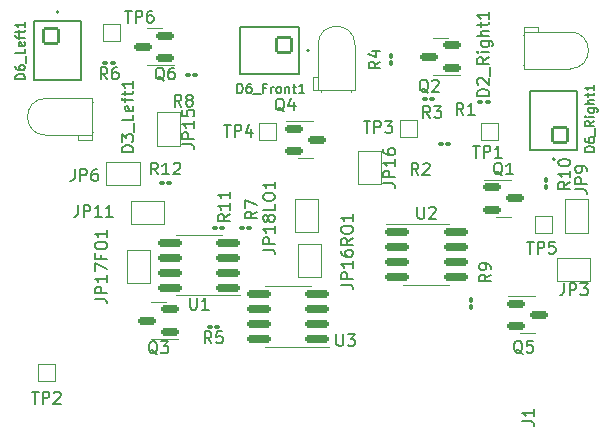
<source format=gbr>
%TF.GenerationSoftware,KiCad,Pcbnew,(7.0.0-0)*%
%TF.CreationDate,2024-03-24T23:26:04+02:00*%
%TF.ProjectId,MicroMouse Sensor ,4d696372-6f4d-46f7-9573-652053656e73,rev?*%
%TF.SameCoordinates,Original*%
%TF.FileFunction,Legend,Top*%
%TF.FilePolarity,Positive*%
%FSLAX46Y46*%
G04 Gerber Fmt 4.6, Leading zero omitted, Abs format (unit mm)*
G04 Created by KiCad (PCBNEW (7.0.0-0)) date 2024-03-24 23:26:04*
%MOMM*%
%LPD*%
G01*
G04 APERTURE LIST*
G04 Aperture macros list*
%AMRoundRect*
0 Rectangle with rounded corners*
0 $1 Rounding radius*
0 $2 $3 $4 $5 $6 $7 $8 $9 X,Y pos of 4 corners*
0 Add a 4 corners polygon primitive as box body*
4,1,4,$2,$3,$4,$5,$6,$7,$8,$9,$2,$3,0*
0 Add four circle primitives for the rounded corners*
1,1,$1+$1,$2,$3*
1,1,$1+$1,$4,$5*
1,1,$1+$1,$6,$7*
1,1,$1+$1,$8,$9*
0 Add four rect primitives between the rounded corners*
20,1,$1+$1,$2,$3,$4,$5,0*
20,1,$1+$1,$4,$5,$6,$7,0*
20,1,$1+$1,$6,$7,$8,$9,0*
20,1,$1+$1,$8,$9,$2,$3,0*%
%AMFreePoly0*
4,1,6,1.000000,0.000000,0.500000,-0.750000,-0.500000,-0.750000,-0.500000,0.750000,0.500000,0.750000,1.000000,0.000000,1.000000,0.000000,$1*%
%AMFreePoly1*
4,1,6,0.500000,-0.750000,-0.650000,-0.750000,-0.150000,0.000000,-0.650000,0.750000,0.500000,0.750000,0.500000,-0.750000,0.500000,-0.750000,$1*%
G04 Aperture macros list end*
%ADD10C,0.150000*%
%ADD11C,0.200000*%
%ADD12C,0.127000*%
%ADD13C,0.120000*%
%ADD14C,1.454000*%
%ADD15RoundRect,0.102000X0.625000X-0.625000X0.625000X0.625000X-0.625000X0.625000X-0.625000X-0.625000X0*%
%ADD16RoundRect,0.102000X0.625000X0.625000X-0.625000X0.625000X-0.625000X-0.625000X0.625000X-0.625000X0*%
%ADD17RoundRect,0.102000X-0.625000X0.625000X-0.625000X-0.625000X0.625000X-0.625000X0.625000X0.625000X0*%
%ADD18RoundRect,0.100000X0.100000X-0.130000X0.100000X0.130000X-0.100000X0.130000X-0.100000X-0.130000X0*%
%ADD19R,1.000000X1.000000*%
%ADD20RoundRect,0.100000X0.130000X0.100000X-0.130000X0.100000X-0.130000X-0.100000X0.130000X-0.100000X0*%
%ADD21FreePoly0,180.000000*%
%ADD22FreePoly1,180.000000*%
%ADD23RoundRect,0.150000X0.587500X0.150000X-0.587500X0.150000X-0.587500X-0.150000X0.587500X-0.150000X0*%
%ADD24FreePoly0,270.000000*%
%ADD25FreePoly1,270.000000*%
%ADD26RoundRect,0.150000X0.825000X0.150000X-0.825000X0.150000X-0.825000X-0.150000X0.825000X-0.150000X0*%
%ADD27R,1.800000X1.800000*%
%ADD28C,1.800000*%
%ADD29RoundRect,0.150000X-0.587500X-0.150000X0.587500X-0.150000X0.587500X0.150000X-0.587500X0.150000X0*%
%ADD30RoundRect,0.100000X-0.100000X0.130000X-0.100000X-0.130000X0.100000X-0.130000X0.100000X0.130000X0*%
%ADD31FreePoly0,90.000000*%
%ADD32FreePoly1,90.000000*%
%ADD33RoundRect,0.150000X-0.825000X-0.150000X0.825000X-0.150000X0.825000X0.150000X-0.825000X0.150000X0*%
%ADD34RoundRect,0.100000X-0.130000X-0.100000X0.130000X-0.100000X0.130000X0.100000X-0.130000X0.100000X0*%
%ADD35R,1.700000X1.700000*%
%ADD36O,1.700000X1.700000*%
G04 APERTURE END LIST*
D10*
%TO.C,D6_Right1*%
X250584232Y-100976547D02*
X249784232Y-100976547D01*
X249784232Y-100976547D02*
X249784232Y-100786071D01*
X249784232Y-100786071D02*
X249822328Y-100671785D01*
X249822328Y-100671785D02*
X249898518Y-100595595D01*
X249898518Y-100595595D02*
X249974708Y-100557500D01*
X249974708Y-100557500D02*
X250127089Y-100519404D01*
X250127089Y-100519404D02*
X250241375Y-100519404D01*
X250241375Y-100519404D02*
X250393756Y-100557500D01*
X250393756Y-100557500D02*
X250469947Y-100595595D01*
X250469947Y-100595595D02*
X250546137Y-100671785D01*
X250546137Y-100671785D02*
X250584232Y-100786071D01*
X250584232Y-100786071D02*
X250584232Y-100976547D01*
X249784232Y-99833690D02*
X249784232Y-99986071D01*
X249784232Y-99986071D02*
X249822328Y-100062262D01*
X249822328Y-100062262D02*
X249860423Y-100100357D01*
X249860423Y-100100357D02*
X249974708Y-100176547D01*
X249974708Y-100176547D02*
X250127089Y-100214643D01*
X250127089Y-100214643D02*
X250431851Y-100214643D01*
X250431851Y-100214643D02*
X250508042Y-100176547D01*
X250508042Y-100176547D02*
X250546137Y-100138452D01*
X250546137Y-100138452D02*
X250584232Y-100062262D01*
X250584232Y-100062262D02*
X250584232Y-99909881D01*
X250584232Y-99909881D02*
X250546137Y-99833690D01*
X250546137Y-99833690D02*
X250508042Y-99795595D01*
X250508042Y-99795595D02*
X250431851Y-99757500D01*
X250431851Y-99757500D02*
X250241375Y-99757500D01*
X250241375Y-99757500D02*
X250165185Y-99795595D01*
X250165185Y-99795595D02*
X250127089Y-99833690D01*
X250127089Y-99833690D02*
X250088994Y-99909881D01*
X250088994Y-99909881D02*
X250088994Y-100062262D01*
X250088994Y-100062262D02*
X250127089Y-100138452D01*
X250127089Y-100138452D02*
X250165185Y-100176547D01*
X250165185Y-100176547D02*
X250241375Y-100214643D01*
X250660423Y-99605119D02*
X250660423Y-98995595D01*
X250584232Y-98347975D02*
X250203280Y-98614642D01*
X250584232Y-98805118D02*
X249784232Y-98805118D01*
X249784232Y-98805118D02*
X249784232Y-98500356D01*
X249784232Y-98500356D02*
X249822328Y-98424166D01*
X249822328Y-98424166D02*
X249860423Y-98386071D01*
X249860423Y-98386071D02*
X249936613Y-98347975D01*
X249936613Y-98347975D02*
X250050899Y-98347975D01*
X250050899Y-98347975D02*
X250127089Y-98386071D01*
X250127089Y-98386071D02*
X250165185Y-98424166D01*
X250165185Y-98424166D02*
X250203280Y-98500356D01*
X250203280Y-98500356D02*
X250203280Y-98805118D01*
X250584232Y-98005118D02*
X250050899Y-98005118D01*
X249784232Y-98005118D02*
X249822328Y-98043214D01*
X249822328Y-98043214D02*
X249860423Y-98005118D01*
X249860423Y-98005118D02*
X249822328Y-97967023D01*
X249822328Y-97967023D02*
X249784232Y-98005118D01*
X249784232Y-98005118D02*
X249860423Y-98005118D01*
X250050899Y-97281309D02*
X250698518Y-97281309D01*
X250698518Y-97281309D02*
X250774708Y-97319404D01*
X250774708Y-97319404D02*
X250812804Y-97357500D01*
X250812804Y-97357500D02*
X250850899Y-97433690D01*
X250850899Y-97433690D02*
X250850899Y-97547976D01*
X250850899Y-97547976D02*
X250812804Y-97624166D01*
X250546137Y-97281309D02*
X250584232Y-97357500D01*
X250584232Y-97357500D02*
X250584232Y-97509881D01*
X250584232Y-97509881D02*
X250546137Y-97586071D01*
X250546137Y-97586071D02*
X250508042Y-97624166D01*
X250508042Y-97624166D02*
X250431851Y-97662262D01*
X250431851Y-97662262D02*
X250203280Y-97662262D01*
X250203280Y-97662262D02*
X250127089Y-97624166D01*
X250127089Y-97624166D02*
X250088994Y-97586071D01*
X250088994Y-97586071D02*
X250050899Y-97509881D01*
X250050899Y-97509881D02*
X250050899Y-97357500D01*
X250050899Y-97357500D02*
X250088994Y-97281309D01*
X250584232Y-96900356D02*
X249784232Y-96900356D01*
X250584232Y-96557499D02*
X250165185Y-96557499D01*
X250165185Y-96557499D02*
X250088994Y-96595594D01*
X250088994Y-96595594D02*
X250050899Y-96671785D01*
X250050899Y-96671785D02*
X250050899Y-96786071D01*
X250050899Y-96786071D02*
X250088994Y-96862261D01*
X250088994Y-96862261D02*
X250127089Y-96900356D01*
X250050899Y-96290832D02*
X250050899Y-95986070D01*
X249784232Y-96176546D02*
X250469947Y-96176546D01*
X250469947Y-96176546D02*
X250546137Y-96138451D01*
X250546137Y-96138451D02*
X250584232Y-96062261D01*
X250584232Y-96062261D02*
X250584232Y-95986070D01*
X250584232Y-95300356D02*
X250584232Y-95757499D01*
X250584232Y-95528927D02*
X249784232Y-95528927D01*
X249784232Y-95528927D02*
X249898518Y-95605118D01*
X249898518Y-95605118D02*
X249974708Y-95681308D01*
X249974708Y-95681308D02*
X250012804Y-95757499D01*
%TO.C,D6_Front1*%
X220338624Y-95992904D02*
X220338624Y-95192904D01*
X220338624Y-95192904D02*
X220529100Y-95192904D01*
X220529100Y-95192904D02*
X220643386Y-95231000D01*
X220643386Y-95231000D02*
X220719576Y-95307190D01*
X220719576Y-95307190D02*
X220757671Y-95383380D01*
X220757671Y-95383380D02*
X220795767Y-95535761D01*
X220795767Y-95535761D02*
X220795767Y-95650047D01*
X220795767Y-95650047D02*
X220757671Y-95802428D01*
X220757671Y-95802428D02*
X220719576Y-95878619D01*
X220719576Y-95878619D02*
X220643386Y-95954809D01*
X220643386Y-95954809D02*
X220529100Y-95992904D01*
X220529100Y-95992904D02*
X220338624Y-95992904D01*
X221481481Y-95192904D02*
X221329100Y-95192904D01*
X221329100Y-95192904D02*
X221252909Y-95231000D01*
X221252909Y-95231000D02*
X221214814Y-95269095D01*
X221214814Y-95269095D02*
X221138624Y-95383380D01*
X221138624Y-95383380D02*
X221100528Y-95535761D01*
X221100528Y-95535761D02*
X221100528Y-95840523D01*
X221100528Y-95840523D02*
X221138624Y-95916714D01*
X221138624Y-95916714D02*
X221176719Y-95954809D01*
X221176719Y-95954809D02*
X221252909Y-95992904D01*
X221252909Y-95992904D02*
X221405290Y-95992904D01*
X221405290Y-95992904D02*
X221481481Y-95954809D01*
X221481481Y-95954809D02*
X221519576Y-95916714D01*
X221519576Y-95916714D02*
X221557671Y-95840523D01*
X221557671Y-95840523D02*
X221557671Y-95650047D01*
X221557671Y-95650047D02*
X221519576Y-95573857D01*
X221519576Y-95573857D02*
X221481481Y-95535761D01*
X221481481Y-95535761D02*
X221405290Y-95497666D01*
X221405290Y-95497666D02*
X221252909Y-95497666D01*
X221252909Y-95497666D02*
X221176719Y-95535761D01*
X221176719Y-95535761D02*
X221138624Y-95573857D01*
X221138624Y-95573857D02*
X221100528Y-95650047D01*
X221710053Y-96069095D02*
X222319576Y-96069095D01*
X222776719Y-95573857D02*
X222510053Y-95573857D01*
X222510053Y-95992904D02*
X222510053Y-95192904D01*
X222510053Y-95192904D02*
X222891005Y-95192904D01*
X223195767Y-95992904D02*
X223195767Y-95459571D01*
X223195767Y-95611952D02*
X223233862Y-95535761D01*
X223233862Y-95535761D02*
X223271957Y-95497666D01*
X223271957Y-95497666D02*
X223348148Y-95459571D01*
X223348148Y-95459571D02*
X223424338Y-95459571D01*
X223805290Y-95992904D02*
X223729100Y-95954809D01*
X223729100Y-95954809D02*
X223691005Y-95916714D01*
X223691005Y-95916714D02*
X223652909Y-95840523D01*
X223652909Y-95840523D02*
X223652909Y-95611952D01*
X223652909Y-95611952D02*
X223691005Y-95535761D01*
X223691005Y-95535761D02*
X223729100Y-95497666D01*
X223729100Y-95497666D02*
X223805290Y-95459571D01*
X223805290Y-95459571D02*
X223919576Y-95459571D01*
X223919576Y-95459571D02*
X223995767Y-95497666D01*
X223995767Y-95497666D02*
X224033862Y-95535761D01*
X224033862Y-95535761D02*
X224071957Y-95611952D01*
X224071957Y-95611952D02*
X224071957Y-95840523D01*
X224071957Y-95840523D02*
X224033862Y-95916714D01*
X224033862Y-95916714D02*
X223995767Y-95954809D01*
X223995767Y-95954809D02*
X223919576Y-95992904D01*
X223919576Y-95992904D02*
X223805290Y-95992904D01*
X224414815Y-95459571D02*
X224414815Y-95992904D01*
X224414815Y-95535761D02*
X224452910Y-95497666D01*
X224452910Y-95497666D02*
X224529100Y-95459571D01*
X224529100Y-95459571D02*
X224643386Y-95459571D01*
X224643386Y-95459571D02*
X224719577Y-95497666D01*
X224719577Y-95497666D02*
X224757672Y-95573857D01*
X224757672Y-95573857D02*
X224757672Y-95992904D01*
X225024339Y-95459571D02*
X225329101Y-95459571D01*
X225138625Y-95192904D02*
X225138625Y-95878619D01*
X225138625Y-95878619D02*
X225176720Y-95954809D01*
X225176720Y-95954809D02*
X225252910Y-95992904D01*
X225252910Y-95992904D02*
X225329101Y-95992904D01*
X226014815Y-95992904D02*
X225557672Y-95992904D01*
X225786244Y-95992904D02*
X225786244Y-95192904D01*
X225786244Y-95192904D02*
X225710053Y-95307190D01*
X225710053Y-95307190D02*
X225633863Y-95383380D01*
X225633863Y-95383380D02*
X225557672Y-95421476D01*
%TO.C,D6_Left1*%
X202369576Y-94816999D02*
X201569576Y-94816999D01*
X201569576Y-94816999D02*
X201569576Y-94626523D01*
X201569576Y-94626523D02*
X201607672Y-94512237D01*
X201607672Y-94512237D02*
X201683862Y-94436047D01*
X201683862Y-94436047D02*
X201760052Y-94397952D01*
X201760052Y-94397952D02*
X201912433Y-94359856D01*
X201912433Y-94359856D02*
X202026719Y-94359856D01*
X202026719Y-94359856D02*
X202179100Y-94397952D01*
X202179100Y-94397952D02*
X202255291Y-94436047D01*
X202255291Y-94436047D02*
X202331481Y-94512237D01*
X202331481Y-94512237D02*
X202369576Y-94626523D01*
X202369576Y-94626523D02*
X202369576Y-94816999D01*
X201569576Y-93674142D02*
X201569576Y-93826523D01*
X201569576Y-93826523D02*
X201607672Y-93902714D01*
X201607672Y-93902714D02*
X201645767Y-93940809D01*
X201645767Y-93940809D02*
X201760052Y-94016999D01*
X201760052Y-94016999D02*
X201912433Y-94055095D01*
X201912433Y-94055095D02*
X202217195Y-94055095D01*
X202217195Y-94055095D02*
X202293386Y-94016999D01*
X202293386Y-94016999D02*
X202331481Y-93978904D01*
X202331481Y-93978904D02*
X202369576Y-93902714D01*
X202369576Y-93902714D02*
X202369576Y-93750333D01*
X202369576Y-93750333D02*
X202331481Y-93674142D01*
X202331481Y-93674142D02*
X202293386Y-93636047D01*
X202293386Y-93636047D02*
X202217195Y-93597952D01*
X202217195Y-93597952D02*
X202026719Y-93597952D01*
X202026719Y-93597952D02*
X201950529Y-93636047D01*
X201950529Y-93636047D02*
X201912433Y-93674142D01*
X201912433Y-93674142D02*
X201874338Y-93750333D01*
X201874338Y-93750333D02*
X201874338Y-93902714D01*
X201874338Y-93902714D02*
X201912433Y-93978904D01*
X201912433Y-93978904D02*
X201950529Y-94016999D01*
X201950529Y-94016999D02*
X202026719Y-94055095D01*
X202445767Y-93445571D02*
X202445767Y-92836047D01*
X202369576Y-92264618D02*
X202369576Y-92645570D01*
X202369576Y-92645570D02*
X201569576Y-92645570D01*
X202331481Y-91693189D02*
X202369576Y-91769380D01*
X202369576Y-91769380D02*
X202369576Y-91921761D01*
X202369576Y-91921761D02*
X202331481Y-91997951D01*
X202331481Y-91997951D02*
X202255291Y-92036047D01*
X202255291Y-92036047D02*
X201950529Y-92036047D01*
X201950529Y-92036047D02*
X201874338Y-91997951D01*
X201874338Y-91997951D02*
X201836243Y-91921761D01*
X201836243Y-91921761D02*
X201836243Y-91769380D01*
X201836243Y-91769380D02*
X201874338Y-91693189D01*
X201874338Y-91693189D02*
X201950529Y-91655094D01*
X201950529Y-91655094D02*
X202026719Y-91655094D01*
X202026719Y-91655094D02*
X202102910Y-92036047D01*
X201836243Y-91426523D02*
X201836243Y-91121761D01*
X202369576Y-91312237D02*
X201683862Y-91312237D01*
X201683862Y-91312237D02*
X201607672Y-91274142D01*
X201607672Y-91274142D02*
X201569576Y-91197952D01*
X201569576Y-91197952D02*
X201569576Y-91121761D01*
X201836243Y-90969380D02*
X201836243Y-90664618D01*
X201569576Y-90855094D02*
X202255291Y-90855094D01*
X202255291Y-90855094D02*
X202331481Y-90816999D01*
X202331481Y-90816999D02*
X202369576Y-90740809D01*
X202369576Y-90740809D02*
X202369576Y-90664618D01*
X202369576Y-89978904D02*
X202369576Y-90436047D01*
X202369576Y-90207475D02*
X201569576Y-90207475D01*
X201569576Y-90207475D02*
X201683862Y-90283666D01*
X201683862Y-90283666D02*
X201760052Y-90359856D01*
X201760052Y-90359856D02*
X201798148Y-90436047D01*
%TO.C,R9*%
X241813052Y-111359666D02*
X241336862Y-111692999D01*
X241813052Y-111931094D02*
X240813052Y-111931094D01*
X240813052Y-111931094D02*
X240813052Y-111550142D01*
X240813052Y-111550142D02*
X240860672Y-111454904D01*
X240860672Y-111454904D02*
X240908291Y-111407285D01*
X240908291Y-111407285D02*
X241003529Y-111359666D01*
X241003529Y-111359666D02*
X241146386Y-111359666D01*
X241146386Y-111359666D02*
X241241624Y-111407285D01*
X241241624Y-111407285D02*
X241289243Y-111454904D01*
X241289243Y-111454904D02*
X241336862Y-111550142D01*
X241336862Y-111550142D02*
X241336862Y-111931094D01*
X241813052Y-110883475D02*
X241813052Y-110692999D01*
X241813052Y-110692999D02*
X241765433Y-110597761D01*
X241765433Y-110597761D02*
X241717814Y-110550142D01*
X241717814Y-110550142D02*
X241574957Y-110454904D01*
X241574957Y-110454904D02*
X241384481Y-110407285D01*
X241384481Y-110407285D02*
X241003529Y-110407285D01*
X241003529Y-110407285D02*
X240908291Y-110454904D01*
X240908291Y-110454904D02*
X240860672Y-110502523D01*
X240860672Y-110502523D02*
X240813052Y-110597761D01*
X240813052Y-110597761D02*
X240813052Y-110788237D01*
X240813052Y-110788237D02*
X240860672Y-110883475D01*
X240860672Y-110883475D02*
X240908291Y-110931094D01*
X240908291Y-110931094D02*
X241003529Y-110978713D01*
X241003529Y-110978713D02*
X241241624Y-110978713D01*
X241241624Y-110978713D02*
X241336862Y-110931094D01*
X241336862Y-110931094D02*
X241384481Y-110883475D01*
X241384481Y-110883475D02*
X241432100Y-110788237D01*
X241432100Y-110788237D02*
X241432100Y-110597761D01*
X241432100Y-110597761D02*
X241384481Y-110502523D01*
X241384481Y-110502523D02*
X241336862Y-110454904D01*
X241336862Y-110454904D02*
X241241624Y-110407285D01*
%TO.C,TP6*%
X210828095Y-89029380D02*
X211399523Y-89029380D01*
X211113809Y-90029380D02*
X211113809Y-89029380D01*
X211732857Y-90029380D02*
X211732857Y-89029380D01*
X211732857Y-89029380D02*
X212113809Y-89029380D01*
X212113809Y-89029380D02*
X212209047Y-89077000D01*
X212209047Y-89077000D02*
X212256666Y-89124619D01*
X212256666Y-89124619D02*
X212304285Y-89219857D01*
X212304285Y-89219857D02*
X212304285Y-89362714D01*
X212304285Y-89362714D02*
X212256666Y-89457952D01*
X212256666Y-89457952D02*
X212209047Y-89505571D01*
X212209047Y-89505571D02*
X212113809Y-89553190D01*
X212113809Y-89553190D02*
X211732857Y-89553190D01*
X213161428Y-89029380D02*
X212970952Y-89029380D01*
X212970952Y-89029380D02*
X212875714Y-89077000D01*
X212875714Y-89077000D02*
X212828095Y-89124619D01*
X212828095Y-89124619D02*
X212732857Y-89267476D01*
X212732857Y-89267476D02*
X212685238Y-89457952D01*
X212685238Y-89457952D02*
X212685238Y-89838904D01*
X212685238Y-89838904D02*
X212732857Y-89934142D01*
X212732857Y-89934142D02*
X212780476Y-89981761D01*
X212780476Y-89981761D02*
X212875714Y-90029380D01*
X212875714Y-90029380D02*
X213066190Y-90029380D01*
X213066190Y-90029380D02*
X213161428Y-89981761D01*
X213161428Y-89981761D02*
X213209047Y-89934142D01*
X213209047Y-89934142D02*
X213256666Y-89838904D01*
X213256666Y-89838904D02*
X213256666Y-89600809D01*
X213256666Y-89600809D02*
X213209047Y-89505571D01*
X213209047Y-89505571D02*
X213161428Y-89457952D01*
X213161428Y-89457952D02*
X213066190Y-89410333D01*
X213066190Y-89410333D02*
X212875714Y-89410333D01*
X212875714Y-89410333D02*
X212780476Y-89457952D01*
X212780476Y-89457952D02*
X212732857Y-89505571D01*
X212732857Y-89505571D02*
X212685238Y-89600809D01*
%TO.C,R3*%
X236677005Y-98098380D02*
X236343672Y-97622190D01*
X236105577Y-98098380D02*
X236105577Y-97098380D01*
X236105577Y-97098380D02*
X236486529Y-97098380D01*
X236486529Y-97098380D02*
X236581767Y-97146000D01*
X236581767Y-97146000D02*
X236629386Y-97193619D01*
X236629386Y-97193619D02*
X236677005Y-97288857D01*
X236677005Y-97288857D02*
X236677005Y-97431714D01*
X236677005Y-97431714D02*
X236629386Y-97526952D01*
X236629386Y-97526952D02*
X236581767Y-97574571D01*
X236581767Y-97574571D02*
X236486529Y-97622190D01*
X236486529Y-97622190D02*
X236105577Y-97622190D01*
X237010339Y-97098380D02*
X237629386Y-97098380D01*
X237629386Y-97098380D02*
X237296053Y-97479333D01*
X237296053Y-97479333D02*
X237438910Y-97479333D01*
X237438910Y-97479333D02*
X237534148Y-97526952D01*
X237534148Y-97526952D02*
X237581767Y-97574571D01*
X237581767Y-97574571D02*
X237629386Y-97669809D01*
X237629386Y-97669809D02*
X237629386Y-97907904D01*
X237629386Y-97907904D02*
X237581767Y-98003142D01*
X237581767Y-98003142D02*
X237534148Y-98050761D01*
X237534148Y-98050761D02*
X237438910Y-98098380D01*
X237438910Y-98098380D02*
X237153196Y-98098380D01*
X237153196Y-98098380D02*
X237057958Y-98050761D01*
X237057958Y-98050761D02*
X237010339Y-98003142D01*
%TO.C,JP6*%
X206576338Y-102432380D02*
X206576338Y-103146666D01*
X206576338Y-103146666D02*
X206528719Y-103289523D01*
X206528719Y-103289523D02*
X206433481Y-103384761D01*
X206433481Y-103384761D02*
X206290624Y-103432380D01*
X206290624Y-103432380D02*
X206195386Y-103432380D01*
X207052529Y-103432380D02*
X207052529Y-102432380D01*
X207052529Y-102432380D02*
X207433481Y-102432380D01*
X207433481Y-102432380D02*
X207528719Y-102480000D01*
X207528719Y-102480000D02*
X207576338Y-102527619D01*
X207576338Y-102527619D02*
X207623957Y-102622857D01*
X207623957Y-102622857D02*
X207623957Y-102765714D01*
X207623957Y-102765714D02*
X207576338Y-102860952D01*
X207576338Y-102860952D02*
X207528719Y-102908571D01*
X207528719Y-102908571D02*
X207433481Y-102956190D01*
X207433481Y-102956190D02*
X207052529Y-102956190D01*
X208481100Y-102432380D02*
X208290624Y-102432380D01*
X208290624Y-102432380D02*
X208195386Y-102480000D01*
X208195386Y-102480000D02*
X208147767Y-102527619D01*
X208147767Y-102527619D02*
X208052529Y-102670476D01*
X208052529Y-102670476D02*
X208004910Y-102860952D01*
X208004910Y-102860952D02*
X208004910Y-103241904D01*
X208004910Y-103241904D02*
X208052529Y-103337142D01*
X208052529Y-103337142D02*
X208100148Y-103384761D01*
X208100148Y-103384761D02*
X208195386Y-103432380D01*
X208195386Y-103432380D02*
X208385862Y-103432380D01*
X208385862Y-103432380D02*
X208481100Y-103384761D01*
X208481100Y-103384761D02*
X208528719Y-103337142D01*
X208528719Y-103337142D02*
X208576338Y-103241904D01*
X208576338Y-103241904D02*
X208576338Y-103003809D01*
X208576338Y-103003809D02*
X208528719Y-102908571D01*
X208528719Y-102908571D02*
X208481100Y-102860952D01*
X208481100Y-102860952D02*
X208385862Y-102813333D01*
X208385862Y-102813333D02*
X208195386Y-102813333D01*
X208195386Y-102813333D02*
X208100148Y-102860952D01*
X208100148Y-102860952D02*
X208052529Y-102908571D01*
X208052529Y-102908571D02*
X208004910Y-103003809D01*
%TO.C,Q6*%
X214172433Y-94939619D02*
X214077195Y-94892000D01*
X214077195Y-94892000D02*
X213981957Y-94796761D01*
X213981957Y-94796761D02*
X213839100Y-94653904D01*
X213839100Y-94653904D02*
X213743862Y-94606285D01*
X213743862Y-94606285D02*
X213648624Y-94606285D01*
X213696243Y-94844380D02*
X213601005Y-94796761D01*
X213601005Y-94796761D02*
X213505767Y-94701523D01*
X213505767Y-94701523D02*
X213458148Y-94511047D01*
X213458148Y-94511047D02*
X213458148Y-94177714D01*
X213458148Y-94177714D02*
X213505767Y-93987238D01*
X213505767Y-93987238D02*
X213601005Y-93892000D01*
X213601005Y-93892000D02*
X213696243Y-93844380D01*
X213696243Y-93844380D02*
X213886719Y-93844380D01*
X213886719Y-93844380D02*
X213981957Y-93892000D01*
X213981957Y-93892000D02*
X214077195Y-93987238D01*
X214077195Y-93987238D02*
X214124814Y-94177714D01*
X214124814Y-94177714D02*
X214124814Y-94511047D01*
X214124814Y-94511047D02*
X214077195Y-94701523D01*
X214077195Y-94701523D02*
X213981957Y-94796761D01*
X213981957Y-94796761D02*
X213886719Y-94844380D01*
X213886719Y-94844380D02*
X213696243Y-94844380D01*
X214981957Y-93844380D02*
X214791481Y-93844380D01*
X214791481Y-93844380D02*
X214696243Y-93892000D01*
X214696243Y-93892000D02*
X214648624Y-93939619D01*
X214648624Y-93939619D02*
X214553386Y-94082476D01*
X214553386Y-94082476D02*
X214505767Y-94272952D01*
X214505767Y-94272952D02*
X214505767Y-94653904D01*
X214505767Y-94653904D02*
X214553386Y-94749142D01*
X214553386Y-94749142D02*
X214601005Y-94796761D01*
X214601005Y-94796761D02*
X214696243Y-94844380D01*
X214696243Y-94844380D02*
X214886719Y-94844380D01*
X214886719Y-94844380D02*
X214981957Y-94796761D01*
X214981957Y-94796761D02*
X215029576Y-94749142D01*
X215029576Y-94749142D02*
X215077195Y-94653904D01*
X215077195Y-94653904D02*
X215077195Y-94415809D01*
X215077195Y-94415809D02*
X215029576Y-94320571D01*
X215029576Y-94320571D02*
X214981957Y-94272952D01*
X214981957Y-94272952D02*
X214886719Y-94225333D01*
X214886719Y-94225333D02*
X214696243Y-94225333D01*
X214696243Y-94225333D02*
X214601005Y-94272952D01*
X214601005Y-94272952D02*
X214553386Y-94320571D01*
X214553386Y-94320571D02*
X214505767Y-94415809D01*
%TO.C,JP18LO1*%
X222525052Y-109261285D02*
X223239338Y-109261285D01*
X223239338Y-109261285D02*
X223382195Y-109308904D01*
X223382195Y-109308904D02*
X223477433Y-109404142D01*
X223477433Y-109404142D02*
X223525052Y-109546999D01*
X223525052Y-109546999D02*
X223525052Y-109642237D01*
X223525052Y-108785094D02*
X222525052Y-108785094D01*
X222525052Y-108785094D02*
X222525052Y-108404142D01*
X222525052Y-108404142D02*
X222572672Y-108308904D01*
X222572672Y-108308904D02*
X222620291Y-108261285D01*
X222620291Y-108261285D02*
X222715529Y-108213666D01*
X222715529Y-108213666D02*
X222858386Y-108213666D01*
X222858386Y-108213666D02*
X222953624Y-108261285D01*
X222953624Y-108261285D02*
X223001243Y-108308904D01*
X223001243Y-108308904D02*
X223048862Y-108404142D01*
X223048862Y-108404142D02*
X223048862Y-108785094D01*
X223525052Y-107261285D02*
X223525052Y-107832713D01*
X223525052Y-107546999D02*
X222525052Y-107546999D01*
X222525052Y-107546999D02*
X222667910Y-107642237D01*
X222667910Y-107642237D02*
X222763148Y-107737475D01*
X222763148Y-107737475D02*
X222810767Y-107832713D01*
X222953624Y-106689856D02*
X222906005Y-106785094D01*
X222906005Y-106785094D02*
X222858386Y-106832713D01*
X222858386Y-106832713D02*
X222763148Y-106880332D01*
X222763148Y-106880332D02*
X222715529Y-106880332D01*
X222715529Y-106880332D02*
X222620291Y-106832713D01*
X222620291Y-106832713D02*
X222572672Y-106785094D01*
X222572672Y-106785094D02*
X222525052Y-106689856D01*
X222525052Y-106689856D02*
X222525052Y-106499380D01*
X222525052Y-106499380D02*
X222572672Y-106404142D01*
X222572672Y-106404142D02*
X222620291Y-106356523D01*
X222620291Y-106356523D02*
X222715529Y-106308904D01*
X222715529Y-106308904D02*
X222763148Y-106308904D01*
X222763148Y-106308904D02*
X222858386Y-106356523D01*
X222858386Y-106356523D02*
X222906005Y-106404142D01*
X222906005Y-106404142D02*
X222953624Y-106499380D01*
X222953624Y-106499380D02*
X222953624Y-106689856D01*
X222953624Y-106689856D02*
X223001243Y-106785094D01*
X223001243Y-106785094D02*
X223048862Y-106832713D01*
X223048862Y-106832713D02*
X223144100Y-106880332D01*
X223144100Y-106880332D02*
X223334576Y-106880332D01*
X223334576Y-106880332D02*
X223429814Y-106832713D01*
X223429814Y-106832713D02*
X223477433Y-106785094D01*
X223477433Y-106785094D02*
X223525052Y-106689856D01*
X223525052Y-106689856D02*
X223525052Y-106499380D01*
X223525052Y-106499380D02*
X223477433Y-106404142D01*
X223477433Y-106404142D02*
X223429814Y-106356523D01*
X223429814Y-106356523D02*
X223334576Y-106308904D01*
X223334576Y-106308904D02*
X223144100Y-106308904D01*
X223144100Y-106308904D02*
X223048862Y-106356523D01*
X223048862Y-106356523D02*
X223001243Y-106404142D01*
X223001243Y-106404142D02*
X222953624Y-106499380D01*
X223525052Y-105404142D02*
X223525052Y-105880332D01*
X223525052Y-105880332D02*
X222525052Y-105880332D01*
X222525052Y-104880332D02*
X222525052Y-104689856D01*
X222525052Y-104689856D02*
X222572672Y-104594618D01*
X222572672Y-104594618D02*
X222667910Y-104499380D01*
X222667910Y-104499380D02*
X222858386Y-104451761D01*
X222858386Y-104451761D02*
X223191719Y-104451761D01*
X223191719Y-104451761D02*
X223382195Y-104499380D01*
X223382195Y-104499380D02*
X223477433Y-104594618D01*
X223477433Y-104594618D02*
X223525052Y-104689856D01*
X223525052Y-104689856D02*
X223525052Y-104880332D01*
X223525052Y-104880332D02*
X223477433Y-104975570D01*
X223477433Y-104975570D02*
X223382195Y-105070808D01*
X223382195Y-105070808D02*
X223191719Y-105118427D01*
X223191719Y-105118427D02*
X222858386Y-105118427D01*
X222858386Y-105118427D02*
X222667910Y-105070808D01*
X222667910Y-105070808D02*
X222572672Y-104975570D01*
X222572672Y-104975570D02*
X222525052Y-104880332D01*
X223525052Y-103499380D02*
X223525052Y-104070808D01*
X223525052Y-103785094D02*
X222525052Y-103785094D01*
X222525052Y-103785094D02*
X222667910Y-103880332D01*
X222667910Y-103880332D02*
X222763148Y-103975570D01*
X222763148Y-103975570D02*
X222810767Y-104070808D01*
%TO.C,U3*%
X228745767Y-116402380D02*
X228745767Y-117211904D01*
X228745767Y-117211904D02*
X228793386Y-117307142D01*
X228793386Y-117307142D02*
X228841005Y-117354761D01*
X228841005Y-117354761D02*
X228936243Y-117402380D01*
X228936243Y-117402380D02*
X229126719Y-117402380D01*
X229126719Y-117402380D02*
X229221957Y-117354761D01*
X229221957Y-117354761D02*
X229269576Y-117307142D01*
X229269576Y-117307142D02*
X229317195Y-117211904D01*
X229317195Y-117211904D02*
X229317195Y-116402380D01*
X229698148Y-116402380D02*
X230317195Y-116402380D01*
X230317195Y-116402380D02*
X229983862Y-116783333D01*
X229983862Y-116783333D02*
X230126719Y-116783333D01*
X230126719Y-116783333D02*
X230221957Y-116830952D01*
X230221957Y-116830952D02*
X230269576Y-116878571D01*
X230269576Y-116878571D02*
X230317195Y-116973809D01*
X230317195Y-116973809D02*
X230317195Y-117211904D01*
X230317195Y-117211904D02*
X230269576Y-117307142D01*
X230269576Y-117307142D02*
X230221957Y-117354761D01*
X230221957Y-117354761D02*
X230126719Y-117402380D01*
X230126719Y-117402380D02*
X229841005Y-117402380D01*
X229841005Y-117402380D02*
X229745767Y-117354761D01*
X229745767Y-117354761D02*
X229698148Y-117307142D01*
%TO.C,D3_Left1*%
X211546052Y-101005000D02*
X210546052Y-101005000D01*
X210546052Y-101005000D02*
X210546052Y-100766905D01*
X210546052Y-100766905D02*
X210593672Y-100624048D01*
X210593672Y-100624048D02*
X210688910Y-100528810D01*
X210688910Y-100528810D02*
X210784148Y-100481191D01*
X210784148Y-100481191D02*
X210974624Y-100433572D01*
X210974624Y-100433572D02*
X211117481Y-100433572D01*
X211117481Y-100433572D02*
X211307957Y-100481191D01*
X211307957Y-100481191D02*
X211403195Y-100528810D01*
X211403195Y-100528810D02*
X211498433Y-100624048D01*
X211498433Y-100624048D02*
X211546052Y-100766905D01*
X211546052Y-100766905D02*
X211546052Y-101005000D01*
X210546052Y-100100238D02*
X210546052Y-99481191D01*
X210546052Y-99481191D02*
X210927005Y-99814524D01*
X210927005Y-99814524D02*
X210927005Y-99671667D01*
X210927005Y-99671667D02*
X210974624Y-99576429D01*
X210974624Y-99576429D02*
X211022243Y-99528810D01*
X211022243Y-99528810D02*
X211117481Y-99481191D01*
X211117481Y-99481191D02*
X211355576Y-99481191D01*
X211355576Y-99481191D02*
X211450814Y-99528810D01*
X211450814Y-99528810D02*
X211498433Y-99576429D01*
X211498433Y-99576429D02*
X211546052Y-99671667D01*
X211546052Y-99671667D02*
X211546052Y-99957381D01*
X211546052Y-99957381D02*
X211498433Y-100052619D01*
X211498433Y-100052619D02*
X211450814Y-100100238D01*
X211641291Y-99290715D02*
X211641291Y-98528810D01*
X211546052Y-97814524D02*
X211546052Y-98290714D01*
X211546052Y-98290714D02*
X210546052Y-98290714D01*
X211498433Y-97100238D02*
X211546052Y-97195476D01*
X211546052Y-97195476D02*
X211546052Y-97385952D01*
X211546052Y-97385952D02*
X211498433Y-97481190D01*
X211498433Y-97481190D02*
X211403195Y-97528809D01*
X211403195Y-97528809D02*
X211022243Y-97528809D01*
X211022243Y-97528809D02*
X210927005Y-97481190D01*
X210927005Y-97481190D02*
X210879386Y-97385952D01*
X210879386Y-97385952D02*
X210879386Y-97195476D01*
X210879386Y-97195476D02*
X210927005Y-97100238D01*
X210927005Y-97100238D02*
X211022243Y-97052619D01*
X211022243Y-97052619D02*
X211117481Y-97052619D01*
X211117481Y-97052619D02*
X211212719Y-97528809D01*
X210879386Y-96766904D02*
X210879386Y-96385952D01*
X211546052Y-96624047D02*
X210688910Y-96624047D01*
X210688910Y-96624047D02*
X210593672Y-96576428D01*
X210593672Y-96576428D02*
X210546052Y-96481190D01*
X210546052Y-96481190D02*
X210546052Y-96385952D01*
X210879386Y-96195475D02*
X210879386Y-95814523D01*
X210546052Y-96052618D02*
X211403195Y-96052618D01*
X211403195Y-96052618D02*
X211498433Y-96004999D01*
X211498433Y-96004999D02*
X211546052Y-95909761D01*
X211546052Y-95909761D02*
X211546052Y-95814523D01*
X211546052Y-94957380D02*
X211546052Y-95528808D01*
X211546052Y-95243094D02*
X210546052Y-95243094D01*
X210546052Y-95243094D02*
X210688910Y-95338332D01*
X210688910Y-95338332D02*
X210784148Y-95433570D01*
X210784148Y-95433570D02*
X210831767Y-95528808D01*
%TO.C,R5*%
X218165005Y-117182380D02*
X217831672Y-116706190D01*
X217593577Y-117182380D02*
X217593577Y-116182380D01*
X217593577Y-116182380D02*
X217974529Y-116182380D01*
X217974529Y-116182380D02*
X218069767Y-116230000D01*
X218069767Y-116230000D02*
X218117386Y-116277619D01*
X218117386Y-116277619D02*
X218165005Y-116372857D01*
X218165005Y-116372857D02*
X218165005Y-116515714D01*
X218165005Y-116515714D02*
X218117386Y-116610952D01*
X218117386Y-116610952D02*
X218069767Y-116658571D01*
X218069767Y-116658571D02*
X217974529Y-116706190D01*
X217974529Y-116706190D02*
X217593577Y-116706190D01*
X219069767Y-116182380D02*
X218593577Y-116182380D01*
X218593577Y-116182380D02*
X218545958Y-116658571D01*
X218545958Y-116658571D02*
X218593577Y-116610952D01*
X218593577Y-116610952D02*
X218688815Y-116563333D01*
X218688815Y-116563333D02*
X218926910Y-116563333D01*
X218926910Y-116563333D02*
X219022148Y-116610952D01*
X219022148Y-116610952D02*
X219069767Y-116658571D01*
X219069767Y-116658571D02*
X219117386Y-116753809D01*
X219117386Y-116753809D02*
X219117386Y-116991904D01*
X219117386Y-116991904D02*
X219069767Y-117087142D01*
X219069767Y-117087142D02*
X219022148Y-117134761D01*
X219022148Y-117134761D02*
X218926910Y-117182380D01*
X218926910Y-117182380D02*
X218688815Y-117182380D01*
X218688815Y-117182380D02*
X218593577Y-117134761D01*
X218593577Y-117134761D02*
X218545958Y-117087142D01*
%TO.C,JP17FO1*%
X208301052Y-113423095D02*
X209015338Y-113423095D01*
X209015338Y-113423095D02*
X209158195Y-113470714D01*
X209158195Y-113470714D02*
X209253433Y-113565952D01*
X209253433Y-113565952D02*
X209301052Y-113708809D01*
X209301052Y-113708809D02*
X209301052Y-113804047D01*
X209301052Y-112946904D02*
X208301052Y-112946904D01*
X208301052Y-112946904D02*
X208301052Y-112565952D01*
X208301052Y-112565952D02*
X208348672Y-112470714D01*
X208348672Y-112470714D02*
X208396291Y-112423095D01*
X208396291Y-112423095D02*
X208491529Y-112375476D01*
X208491529Y-112375476D02*
X208634386Y-112375476D01*
X208634386Y-112375476D02*
X208729624Y-112423095D01*
X208729624Y-112423095D02*
X208777243Y-112470714D01*
X208777243Y-112470714D02*
X208824862Y-112565952D01*
X208824862Y-112565952D02*
X208824862Y-112946904D01*
X209301052Y-111423095D02*
X209301052Y-111994523D01*
X209301052Y-111708809D02*
X208301052Y-111708809D01*
X208301052Y-111708809D02*
X208443910Y-111804047D01*
X208443910Y-111804047D02*
X208539148Y-111899285D01*
X208539148Y-111899285D02*
X208586767Y-111994523D01*
X208301052Y-111089761D02*
X208301052Y-110423095D01*
X208301052Y-110423095D02*
X209301052Y-110851666D01*
X208777243Y-109708809D02*
X208777243Y-110042142D01*
X209301052Y-110042142D02*
X208301052Y-110042142D01*
X208301052Y-110042142D02*
X208301052Y-109565952D01*
X208301052Y-108994523D02*
X208301052Y-108804047D01*
X208301052Y-108804047D02*
X208348672Y-108708809D01*
X208348672Y-108708809D02*
X208443910Y-108613571D01*
X208443910Y-108613571D02*
X208634386Y-108565952D01*
X208634386Y-108565952D02*
X208967719Y-108565952D01*
X208967719Y-108565952D02*
X209158195Y-108613571D01*
X209158195Y-108613571D02*
X209253433Y-108708809D01*
X209253433Y-108708809D02*
X209301052Y-108804047D01*
X209301052Y-108804047D02*
X209301052Y-108994523D01*
X209301052Y-108994523D02*
X209253433Y-109089761D01*
X209253433Y-109089761D02*
X209158195Y-109184999D01*
X209158195Y-109184999D02*
X208967719Y-109232618D01*
X208967719Y-109232618D02*
X208634386Y-109232618D01*
X208634386Y-109232618D02*
X208443910Y-109184999D01*
X208443910Y-109184999D02*
X208348672Y-109089761D01*
X208348672Y-109089761D02*
X208301052Y-108994523D01*
X209301052Y-107613571D02*
X209301052Y-108184999D01*
X209301052Y-107899285D02*
X208301052Y-107899285D01*
X208301052Y-107899285D02*
X208443910Y-107994523D01*
X208443910Y-107994523D02*
X208539148Y-108089761D01*
X208539148Y-108089761D02*
X208586767Y-108184999D01*
%TO.C,Q2*%
X236524433Y-95966619D02*
X236429195Y-95919000D01*
X236429195Y-95919000D02*
X236333957Y-95823761D01*
X236333957Y-95823761D02*
X236191100Y-95680904D01*
X236191100Y-95680904D02*
X236095862Y-95633285D01*
X236095862Y-95633285D02*
X236000624Y-95633285D01*
X236048243Y-95871380D02*
X235953005Y-95823761D01*
X235953005Y-95823761D02*
X235857767Y-95728523D01*
X235857767Y-95728523D02*
X235810148Y-95538047D01*
X235810148Y-95538047D02*
X235810148Y-95204714D01*
X235810148Y-95204714D02*
X235857767Y-95014238D01*
X235857767Y-95014238D02*
X235953005Y-94919000D01*
X235953005Y-94919000D02*
X236048243Y-94871380D01*
X236048243Y-94871380D02*
X236238719Y-94871380D01*
X236238719Y-94871380D02*
X236333957Y-94919000D01*
X236333957Y-94919000D02*
X236429195Y-95014238D01*
X236429195Y-95014238D02*
X236476814Y-95204714D01*
X236476814Y-95204714D02*
X236476814Y-95538047D01*
X236476814Y-95538047D02*
X236429195Y-95728523D01*
X236429195Y-95728523D02*
X236333957Y-95823761D01*
X236333957Y-95823761D02*
X236238719Y-95871380D01*
X236238719Y-95871380D02*
X236048243Y-95871380D01*
X236857767Y-94966619D02*
X236905386Y-94919000D01*
X236905386Y-94919000D02*
X237000624Y-94871380D01*
X237000624Y-94871380D02*
X237238719Y-94871380D01*
X237238719Y-94871380D02*
X237333957Y-94919000D01*
X237333957Y-94919000D02*
X237381576Y-94966619D01*
X237381576Y-94966619D02*
X237429195Y-95061857D01*
X237429195Y-95061857D02*
X237429195Y-95157095D01*
X237429195Y-95157095D02*
X237381576Y-95299952D01*
X237381576Y-95299952D02*
X236810148Y-95871380D01*
X236810148Y-95871380D02*
X237429195Y-95871380D01*
%TO.C,TP4*%
X219210095Y-98681380D02*
X219781523Y-98681380D01*
X219495809Y-99681380D02*
X219495809Y-98681380D01*
X220114857Y-99681380D02*
X220114857Y-98681380D01*
X220114857Y-98681380D02*
X220495809Y-98681380D01*
X220495809Y-98681380D02*
X220591047Y-98729000D01*
X220591047Y-98729000D02*
X220638666Y-98776619D01*
X220638666Y-98776619D02*
X220686285Y-98871857D01*
X220686285Y-98871857D02*
X220686285Y-99014714D01*
X220686285Y-99014714D02*
X220638666Y-99109952D01*
X220638666Y-99109952D02*
X220591047Y-99157571D01*
X220591047Y-99157571D02*
X220495809Y-99205190D01*
X220495809Y-99205190D02*
X220114857Y-99205190D01*
X221543428Y-99014714D02*
X221543428Y-99681380D01*
X221305333Y-98633761D02*
X221067238Y-99348047D01*
X221067238Y-99348047D02*
X221686285Y-99348047D01*
%TO.C,JP11*%
X206862148Y-105480380D02*
X206862148Y-106194666D01*
X206862148Y-106194666D02*
X206814529Y-106337523D01*
X206814529Y-106337523D02*
X206719291Y-106432761D01*
X206719291Y-106432761D02*
X206576434Y-106480380D01*
X206576434Y-106480380D02*
X206481196Y-106480380D01*
X207338339Y-106480380D02*
X207338339Y-105480380D01*
X207338339Y-105480380D02*
X207719291Y-105480380D01*
X207719291Y-105480380D02*
X207814529Y-105528000D01*
X207814529Y-105528000D02*
X207862148Y-105575619D01*
X207862148Y-105575619D02*
X207909767Y-105670857D01*
X207909767Y-105670857D02*
X207909767Y-105813714D01*
X207909767Y-105813714D02*
X207862148Y-105908952D01*
X207862148Y-105908952D02*
X207814529Y-105956571D01*
X207814529Y-105956571D02*
X207719291Y-106004190D01*
X207719291Y-106004190D02*
X207338339Y-106004190D01*
X208862148Y-106480380D02*
X208290720Y-106480380D01*
X208576434Y-106480380D02*
X208576434Y-105480380D01*
X208576434Y-105480380D02*
X208481196Y-105623238D01*
X208481196Y-105623238D02*
X208385958Y-105718476D01*
X208385958Y-105718476D02*
X208290720Y-105766095D01*
X209814529Y-106480380D02*
X209243101Y-106480380D01*
X209528815Y-106480380D02*
X209528815Y-105480380D01*
X209528815Y-105480380D02*
X209433577Y-105623238D01*
X209433577Y-105623238D02*
X209338339Y-105718476D01*
X209338339Y-105718476D02*
X209243101Y-105766095D01*
%TO.C,Q5*%
X244506761Y-118064619D02*
X244411523Y-118017000D01*
X244411523Y-118017000D02*
X244316285Y-117921761D01*
X244316285Y-117921761D02*
X244173428Y-117778904D01*
X244173428Y-117778904D02*
X244078190Y-117731285D01*
X244078190Y-117731285D02*
X243982952Y-117731285D01*
X244030571Y-117969380D02*
X243935333Y-117921761D01*
X243935333Y-117921761D02*
X243840095Y-117826523D01*
X243840095Y-117826523D02*
X243792476Y-117636047D01*
X243792476Y-117636047D02*
X243792476Y-117302714D01*
X243792476Y-117302714D02*
X243840095Y-117112238D01*
X243840095Y-117112238D02*
X243935333Y-117017000D01*
X243935333Y-117017000D02*
X244030571Y-116969380D01*
X244030571Y-116969380D02*
X244221047Y-116969380D01*
X244221047Y-116969380D02*
X244316285Y-117017000D01*
X244316285Y-117017000D02*
X244411523Y-117112238D01*
X244411523Y-117112238D02*
X244459142Y-117302714D01*
X244459142Y-117302714D02*
X244459142Y-117636047D01*
X244459142Y-117636047D02*
X244411523Y-117826523D01*
X244411523Y-117826523D02*
X244316285Y-117921761D01*
X244316285Y-117921761D02*
X244221047Y-117969380D01*
X244221047Y-117969380D02*
X244030571Y-117969380D01*
X245363904Y-116969380D02*
X244887714Y-116969380D01*
X244887714Y-116969380D02*
X244840095Y-117445571D01*
X244840095Y-117445571D02*
X244887714Y-117397952D01*
X244887714Y-117397952D02*
X244982952Y-117350333D01*
X244982952Y-117350333D02*
X245221047Y-117350333D01*
X245221047Y-117350333D02*
X245316285Y-117397952D01*
X245316285Y-117397952D02*
X245363904Y-117445571D01*
X245363904Y-117445571D02*
X245411523Y-117540809D01*
X245411523Y-117540809D02*
X245411523Y-117778904D01*
X245411523Y-117778904D02*
X245363904Y-117874142D01*
X245363904Y-117874142D02*
X245316285Y-117921761D01*
X245316285Y-117921761D02*
X245221047Y-117969380D01*
X245221047Y-117969380D02*
X244982952Y-117969380D01*
X244982952Y-117969380D02*
X244887714Y-117921761D01*
X244887714Y-117921761D02*
X244840095Y-117874142D01*
%TO.C,U1*%
X216364767Y-113325380D02*
X216364767Y-114134904D01*
X216364767Y-114134904D02*
X216412386Y-114230142D01*
X216412386Y-114230142D02*
X216460005Y-114277761D01*
X216460005Y-114277761D02*
X216555243Y-114325380D01*
X216555243Y-114325380D02*
X216745719Y-114325380D01*
X216745719Y-114325380D02*
X216840957Y-114277761D01*
X216840957Y-114277761D02*
X216888576Y-114230142D01*
X216888576Y-114230142D02*
X216936195Y-114134904D01*
X216936195Y-114134904D02*
X216936195Y-113325380D01*
X217936195Y-114325380D02*
X217364767Y-114325380D01*
X217650481Y-114325380D02*
X217650481Y-113325380D01*
X217650481Y-113325380D02*
X217555243Y-113468238D01*
X217555243Y-113468238D02*
X217460005Y-113563476D01*
X217460005Y-113563476D02*
X217364767Y-113611095D01*
%TO.C,JP3*%
X248015338Y-112106380D02*
X248015338Y-112820666D01*
X248015338Y-112820666D02*
X247967719Y-112963523D01*
X247967719Y-112963523D02*
X247872481Y-113058761D01*
X247872481Y-113058761D02*
X247729624Y-113106380D01*
X247729624Y-113106380D02*
X247634386Y-113106380D01*
X248491529Y-113106380D02*
X248491529Y-112106380D01*
X248491529Y-112106380D02*
X248872481Y-112106380D01*
X248872481Y-112106380D02*
X248967719Y-112154000D01*
X248967719Y-112154000D02*
X249015338Y-112201619D01*
X249015338Y-112201619D02*
X249062957Y-112296857D01*
X249062957Y-112296857D02*
X249062957Y-112439714D01*
X249062957Y-112439714D02*
X249015338Y-112534952D01*
X249015338Y-112534952D02*
X248967719Y-112582571D01*
X248967719Y-112582571D02*
X248872481Y-112630190D01*
X248872481Y-112630190D02*
X248491529Y-112630190D01*
X249396291Y-112106380D02*
X250015338Y-112106380D01*
X250015338Y-112106380D02*
X249682005Y-112487333D01*
X249682005Y-112487333D02*
X249824862Y-112487333D01*
X249824862Y-112487333D02*
X249920100Y-112534952D01*
X249920100Y-112534952D02*
X249967719Y-112582571D01*
X249967719Y-112582571D02*
X250015338Y-112677809D01*
X250015338Y-112677809D02*
X250015338Y-112915904D01*
X250015338Y-112915904D02*
X249967719Y-113011142D01*
X249967719Y-113011142D02*
X249920100Y-113058761D01*
X249920100Y-113058761D02*
X249824862Y-113106380D01*
X249824862Y-113106380D02*
X249539148Y-113106380D01*
X249539148Y-113106380D02*
X249443910Y-113058761D01*
X249443910Y-113058761D02*
X249396291Y-113011142D01*
%TO.C,TP2*%
X202954095Y-121287380D02*
X203525523Y-121287380D01*
X203239809Y-122287380D02*
X203239809Y-121287380D01*
X203858857Y-122287380D02*
X203858857Y-121287380D01*
X203858857Y-121287380D02*
X204239809Y-121287380D01*
X204239809Y-121287380D02*
X204335047Y-121335000D01*
X204335047Y-121335000D02*
X204382666Y-121382619D01*
X204382666Y-121382619D02*
X204430285Y-121477857D01*
X204430285Y-121477857D02*
X204430285Y-121620714D01*
X204430285Y-121620714D02*
X204382666Y-121715952D01*
X204382666Y-121715952D02*
X204335047Y-121763571D01*
X204335047Y-121763571D02*
X204239809Y-121811190D01*
X204239809Y-121811190D02*
X203858857Y-121811190D01*
X204811238Y-121382619D02*
X204858857Y-121335000D01*
X204858857Y-121335000D02*
X204954095Y-121287380D01*
X204954095Y-121287380D02*
X205192190Y-121287380D01*
X205192190Y-121287380D02*
X205287428Y-121335000D01*
X205287428Y-121335000D02*
X205335047Y-121382619D01*
X205335047Y-121382619D02*
X205382666Y-121477857D01*
X205382666Y-121477857D02*
X205382666Y-121573095D01*
X205382666Y-121573095D02*
X205335047Y-121715952D01*
X205335047Y-121715952D02*
X204763619Y-122287380D01*
X204763619Y-122287380D02*
X205382666Y-122287380D01*
%TO.C,JP16RO1*%
X229129052Y-112224523D02*
X229843338Y-112224523D01*
X229843338Y-112224523D02*
X229986195Y-112272142D01*
X229986195Y-112272142D02*
X230081433Y-112367380D01*
X230081433Y-112367380D02*
X230129052Y-112510237D01*
X230129052Y-112510237D02*
X230129052Y-112605475D01*
X230129052Y-111748332D02*
X229129052Y-111748332D01*
X229129052Y-111748332D02*
X229129052Y-111367380D01*
X229129052Y-111367380D02*
X229176672Y-111272142D01*
X229176672Y-111272142D02*
X229224291Y-111224523D01*
X229224291Y-111224523D02*
X229319529Y-111176904D01*
X229319529Y-111176904D02*
X229462386Y-111176904D01*
X229462386Y-111176904D02*
X229557624Y-111224523D01*
X229557624Y-111224523D02*
X229605243Y-111272142D01*
X229605243Y-111272142D02*
X229652862Y-111367380D01*
X229652862Y-111367380D02*
X229652862Y-111748332D01*
X230129052Y-110224523D02*
X230129052Y-110795951D01*
X230129052Y-110510237D02*
X229129052Y-110510237D01*
X229129052Y-110510237D02*
X229271910Y-110605475D01*
X229271910Y-110605475D02*
X229367148Y-110700713D01*
X229367148Y-110700713D02*
X229414767Y-110795951D01*
X229129052Y-109367380D02*
X229129052Y-109557856D01*
X229129052Y-109557856D02*
X229176672Y-109653094D01*
X229176672Y-109653094D02*
X229224291Y-109700713D01*
X229224291Y-109700713D02*
X229367148Y-109795951D01*
X229367148Y-109795951D02*
X229557624Y-109843570D01*
X229557624Y-109843570D02*
X229938576Y-109843570D01*
X229938576Y-109843570D02*
X230033814Y-109795951D01*
X230033814Y-109795951D02*
X230081433Y-109748332D01*
X230081433Y-109748332D02*
X230129052Y-109653094D01*
X230129052Y-109653094D02*
X230129052Y-109462618D01*
X230129052Y-109462618D02*
X230081433Y-109367380D01*
X230081433Y-109367380D02*
X230033814Y-109319761D01*
X230033814Y-109319761D02*
X229938576Y-109272142D01*
X229938576Y-109272142D02*
X229700481Y-109272142D01*
X229700481Y-109272142D02*
X229605243Y-109319761D01*
X229605243Y-109319761D02*
X229557624Y-109367380D01*
X229557624Y-109367380D02*
X229510005Y-109462618D01*
X229510005Y-109462618D02*
X229510005Y-109653094D01*
X229510005Y-109653094D02*
X229557624Y-109748332D01*
X229557624Y-109748332D02*
X229605243Y-109795951D01*
X229605243Y-109795951D02*
X229700481Y-109843570D01*
X230129052Y-108272142D02*
X229652862Y-108605475D01*
X230129052Y-108843570D02*
X229129052Y-108843570D01*
X229129052Y-108843570D02*
X229129052Y-108462618D01*
X229129052Y-108462618D02*
X229176672Y-108367380D01*
X229176672Y-108367380D02*
X229224291Y-108319761D01*
X229224291Y-108319761D02*
X229319529Y-108272142D01*
X229319529Y-108272142D02*
X229462386Y-108272142D01*
X229462386Y-108272142D02*
X229557624Y-108319761D01*
X229557624Y-108319761D02*
X229605243Y-108367380D01*
X229605243Y-108367380D02*
X229652862Y-108462618D01*
X229652862Y-108462618D02*
X229652862Y-108843570D01*
X229129052Y-107653094D02*
X229129052Y-107462618D01*
X229129052Y-107462618D02*
X229176672Y-107367380D01*
X229176672Y-107367380D02*
X229271910Y-107272142D01*
X229271910Y-107272142D02*
X229462386Y-107224523D01*
X229462386Y-107224523D02*
X229795719Y-107224523D01*
X229795719Y-107224523D02*
X229986195Y-107272142D01*
X229986195Y-107272142D02*
X230081433Y-107367380D01*
X230081433Y-107367380D02*
X230129052Y-107462618D01*
X230129052Y-107462618D02*
X230129052Y-107653094D01*
X230129052Y-107653094D02*
X230081433Y-107748332D01*
X230081433Y-107748332D02*
X229986195Y-107843570D01*
X229986195Y-107843570D02*
X229795719Y-107891189D01*
X229795719Y-107891189D02*
X229462386Y-107891189D01*
X229462386Y-107891189D02*
X229271910Y-107843570D01*
X229271910Y-107843570D02*
X229176672Y-107748332D01*
X229176672Y-107748332D02*
X229129052Y-107653094D01*
X230129052Y-106272142D02*
X230129052Y-106843570D01*
X230129052Y-106557856D02*
X229129052Y-106557856D01*
X229129052Y-106557856D02*
X229271910Y-106653094D01*
X229271910Y-106653094D02*
X229367148Y-106748332D01*
X229367148Y-106748332D02*
X229414767Y-106843570D01*
%TO.C,R6*%
X209341005Y-94830380D02*
X209007672Y-94354190D01*
X208769577Y-94830380D02*
X208769577Y-93830380D01*
X208769577Y-93830380D02*
X209150529Y-93830380D01*
X209150529Y-93830380D02*
X209245767Y-93878000D01*
X209245767Y-93878000D02*
X209293386Y-93925619D01*
X209293386Y-93925619D02*
X209341005Y-94020857D01*
X209341005Y-94020857D02*
X209341005Y-94163714D01*
X209341005Y-94163714D02*
X209293386Y-94258952D01*
X209293386Y-94258952D02*
X209245767Y-94306571D01*
X209245767Y-94306571D02*
X209150529Y-94354190D01*
X209150529Y-94354190D02*
X208769577Y-94354190D01*
X210198148Y-93830380D02*
X210007672Y-93830380D01*
X210007672Y-93830380D02*
X209912434Y-93878000D01*
X209912434Y-93878000D02*
X209864815Y-93925619D01*
X209864815Y-93925619D02*
X209769577Y-94068476D01*
X209769577Y-94068476D02*
X209721958Y-94258952D01*
X209721958Y-94258952D02*
X209721958Y-94639904D01*
X209721958Y-94639904D02*
X209769577Y-94735142D01*
X209769577Y-94735142D02*
X209817196Y-94782761D01*
X209817196Y-94782761D02*
X209912434Y-94830380D01*
X209912434Y-94830380D02*
X210102910Y-94830380D01*
X210102910Y-94830380D02*
X210198148Y-94782761D01*
X210198148Y-94782761D02*
X210245767Y-94735142D01*
X210245767Y-94735142D02*
X210293386Y-94639904D01*
X210293386Y-94639904D02*
X210293386Y-94401809D01*
X210293386Y-94401809D02*
X210245767Y-94306571D01*
X210245767Y-94306571D02*
X210198148Y-94258952D01*
X210198148Y-94258952D02*
X210102910Y-94211333D01*
X210102910Y-94211333D02*
X209912434Y-94211333D01*
X209912434Y-94211333D02*
X209817196Y-94258952D01*
X209817196Y-94258952D02*
X209769577Y-94306571D01*
X209769577Y-94306571D02*
X209721958Y-94401809D01*
%TO.C,TP3*%
X231039767Y-98368380D02*
X231611195Y-98368380D01*
X231325481Y-99368380D02*
X231325481Y-98368380D01*
X231944529Y-99368380D02*
X231944529Y-98368380D01*
X231944529Y-98368380D02*
X232325481Y-98368380D01*
X232325481Y-98368380D02*
X232420719Y-98416000D01*
X232420719Y-98416000D02*
X232468338Y-98463619D01*
X232468338Y-98463619D02*
X232515957Y-98558857D01*
X232515957Y-98558857D02*
X232515957Y-98701714D01*
X232515957Y-98701714D02*
X232468338Y-98796952D01*
X232468338Y-98796952D02*
X232420719Y-98844571D01*
X232420719Y-98844571D02*
X232325481Y-98892190D01*
X232325481Y-98892190D02*
X231944529Y-98892190D01*
X232849291Y-98368380D02*
X233468338Y-98368380D01*
X233468338Y-98368380D02*
X233135005Y-98749333D01*
X233135005Y-98749333D02*
X233277862Y-98749333D01*
X233277862Y-98749333D02*
X233373100Y-98796952D01*
X233373100Y-98796952D02*
X233420719Y-98844571D01*
X233420719Y-98844571D02*
X233468338Y-98939809D01*
X233468338Y-98939809D02*
X233468338Y-99177904D01*
X233468338Y-99177904D02*
X233420719Y-99273142D01*
X233420719Y-99273142D02*
X233373100Y-99320761D01*
X233373100Y-99320761D02*
X233277862Y-99368380D01*
X233277862Y-99368380D02*
X232992148Y-99368380D01*
X232992148Y-99368380D02*
X232896910Y-99320761D01*
X232896910Y-99320761D02*
X232849291Y-99273142D01*
%TO.C,R2*%
X235691005Y-102924380D02*
X235357672Y-102448190D01*
X235119577Y-102924380D02*
X235119577Y-101924380D01*
X235119577Y-101924380D02*
X235500529Y-101924380D01*
X235500529Y-101924380D02*
X235595767Y-101972000D01*
X235595767Y-101972000D02*
X235643386Y-102019619D01*
X235643386Y-102019619D02*
X235691005Y-102114857D01*
X235691005Y-102114857D02*
X235691005Y-102257714D01*
X235691005Y-102257714D02*
X235643386Y-102352952D01*
X235643386Y-102352952D02*
X235595767Y-102400571D01*
X235595767Y-102400571D02*
X235500529Y-102448190D01*
X235500529Y-102448190D02*
X235119577Y-102448190D01*
X236071958Y-102019619D02*
X236119577Y-101972000D01*
X236119577Y-101972000D02*
X236214815Y-101924380D01*
X236214815Y-101924380D02*
X236452910Y-101924380D01*
X236452910Y-101924380D02*
X236548148Y-101972000D01*
X236548148Y-101972000D02*
X236595767Y-102019619D01*
X236595767Y-102019619D02*
X236643386Y-102114857D01*
X236643386Y-102114857D02*
X236643386Y-102210095D01*
X236643386Y-102210095D02*
X236595767Y-102352952D01*
X236595767Y-102352952D02*
X236024339Y-102924380D01*
X236024339Y-102924380D02*
X236643386Y-102924380D01*
%TO.C,Q3*%
X213585933Y-118119619D02*
X213490695Y-118072000D01*
X213490695Y-118072000D02*
X213395457Y-117976761D01*
X213395457Y-117976761D02*
X213252600Y-117833904D01*
X213252600Y-117833904D02*
X213157362Y-117786285D01*
X213157362Y-117786285D02*
X213062124Y-117786285D01*
X213109743Y-118024380D02*
X213014505Y-117976761D01*
X213014505Y-117976761D02*
X212919267Y-117881523D01*
X212919267Y-117881523D02*
X212871648Y-117691047D01*
X212871648Y-117691047D02*
X212871648Y-117357714D01*
X212871648Y-117357714D02*
X212919267Y-117167238D01*
X212919267Y-117167238D02*
X213014505Y-117072000D01*
X213014505Y-117072000D02*
X213109743Y-117024380D01*
X213109743Y-117024380D02*
X213300219Y-117024380D01*
X213300219Y-117024380D02*
X213395457Y-117072000D01*
X213395457Y-117072000D02*
X213490695Y-117167238D01*
X213490695Y-117167238D02*
X213538314Y-117357714D01*
X213538314Y-117357714D02*
X213538314Y-117691047D01*
X213538314Y-117691047D02*
X213490695Y-117881523D01*
X213490695Y-117881523D02*
X213395457Y-117976761D01*
X213395457Y-117976761D02*
X213300219Y-118024380D01*
X213300219Y-118024380D02*
X213109743Y-118024380D01*
X213871648Y-117024380D02*
X214490695Y-117024380D01*
X214490695Y-117024380D02*
X214157362Y-117405333D01*
X214157362Y-117405333D02*
X214300219Y-117405333D01*
X214300219Y-117405333D02*
X214395457Y-117452952D01*
X214395457Y-117452952D02*
X214443076Y-117500571D01*
X214443076Y-117500571D02*
X214490695Y-117595809D01*
X214490695Y-117595809D02*
X214490695Y-117833904D01*
X214490695Y-117833904D02*
X214443076Y-117929142D01*
X214443076Y-117929142D02*
X214395457Y-117976761D01*
X214395457Y-117976761D02*
X214300219Y-118024380D01*
X214300219Y-118024380D02*
X214014505Y-118024380D01*
X214014505Y-118024380D02*
X213919267Y-117976761D01*
X213919267Y-117976761D02*
X213871648Y-117929142D01*
%TO.C,JP15*%
X215689052Y-100347523D02*
X216403338Y-100347523D01*
X216403338Y-100347523D02*
X216546195Y-100395142D01*
X216546195Y-100395142D02*
X216641433Y-100490380D01*
X216641433Y-100490380D02*
X216689052Y-100633237D01*
X216689052Y-100633237D02*
X216689052Y-100728475D01*
X216689052Y-99871332D02*
X215689052Y-99871332D01*
X215689052Y-99871332D02*
X215689052Y-99490380D01*
X215689052Y-99490380D02*
X215736672Y-99395142D01*
X215736672Y-99395142D02*
X215784291Y-99347523D01*
X215784291Y-99347523D02*
X215879529Y-99299904D01*
X215879529Y-99299904D02*
X216022386Y-99299904D01*
X216022386Y-99299904D02*
X216117624Y-99347523D01*
X216117624Y-99347523D02*
X216165243Y-99395142D01*
X216165243Y-99395142D02*
X216212862Y-99490380D01*
X216212862Y-99490380D02*
X216212862Y-99871332D01*
X216689052Y-98347523D02*
X216689052Y-98918951D01*
X216689052Y-98633237D02*
X215689052Y-98633237D01*
X215689052Y-98633237D02*
X215831910Y-98728475D01*
X215831910Y-98728475D02*
X215927148Y-98823713D01*
X215927148Y-98823713D02*
X215974767Y-98918951D01*
X215689052Y-97442761D02*
X215689052Y-97918951D01*
X215689052Y-97918951D02*
X216165243Y-97966570D01*
X216165243Y-97966570D02*
X216117624Y-97918951D01*
X216117624Y-97918951D02*
X216070005Y-97823713D01*
X216070005Y-97823713D02*
X216070005Y-97585618D01*
X216070005Y-97585618D02*
X216117624Y-97490380D01*
X216117624Y-97490380D02*
X216165243Y-97442761D01*
X216165243Y-97442761D02*
X216260481Y-97395142D01*
X216260481Y-97395142D02*
X216498576Y-97395142D01*
X216498576Y-97395142D02*
X216593814Y-97442761D01*
X216593814Y-97442761D02*
X216641433Y-97490380D01*
X216641433Y-97490380D02*
X216689052Y-97585618D01*
X216689052Y-97585618D02*
X216689052Y-97823713D01*
X216689052Y-97823713D02*
X216641433Y-97918951D01*
X216641433Y-97918951D02*
X216593814Y-97966570D01*
%TO.C,R1*%
X239501005Y-97844380D02*
X239167672Y-97368190D01*
X238929577Y-97844380D02*
X238929577Y-96844380D01*
X238929577Y-96844380D02*
X239310529Y-96844380D01*
X239310529Y-96844380D02*
X239405767Y-96892000D01*
X239405767Y-96892000D02*
X239453386Y-96939619D01*
X239453386Y-96939619D02*
X239501005Y-97034857D01*
X239501005Y-97034857D02*
X239501005Y-97177714D01*
X239501005Y-97177714D02*
X239453386Y-97272952D01*
X239453386Y-97272952D02*
X239405767Y-97320571D01*
X239405767Y-97320571D02*
X239310529Y-97368190D01*
X239310529Y-97368190D02*
X238929577Y-97368190D01*
X240453386Y-97844380D02*
X239881958Y-97844380D01*
X240167672Y-97844380D02*
X240167672Y-96844380D01*
X240167672Y-96844380D02*
X240072434Y-96987238D01*
X240072434Y-96987238D02*
X239977196Y-97082476D01*
X239977196Y-97082476D02*
X239881958Y-97130095D01*
%TO.C,R10*%
X248525380Y-103512857D02*
X248049190Y-103846190D01*
X248525380Y-104084285D02*
X247525380Y-104084285D01*
X247525380Y-104084285D02*
X247525380Y-103703333D01*
X247525380Y-103703333D02*
X247573000Y-103608095D01*
X247573000Y-103608095D02*
X247620619Y-103560476D01*
X247620619Y-103560476D02*
X247715857Y-103512857D01*
X247715857Y-103512857D02*
X247858714Y-103512857D01*
X247858714Y-103512857D02*
X247953952Y-103560476D01*
X247953952Y-103560476D02*
X248001571Y-103608095D01*
X248001571Y-103608095D02*
X248049190Y-103703333D01*
X248049190Y-103703333D02*
X248049190Y-104084285D01*
X248525380Y-102560476D02*
X248525380Y-103131904D01*
X248525380Y-102846190D02*
X247525380Y-102846190D01*
X247525380Y-102846190D02*
X247668238Y-102941428D01*
X247668238Y-102941428D02*
X247763476Y-103036666D01*
X247763476Y-103036666D02*
X247811095Y-103131904D01*
X247525380Y-101941428D02*
X247525380Y-101846190D01*
X247525380Y-101846190D02*
X247573000Y-101750952D01*
X247573000Y-101750952D02*
X247620619Y-101703333D01*
X247620619Y-101703333D02*
X247715857Y-101655714D01*
X247715857Y-101655714D02*
X247906333Y-101608095D01*
X247906333Y-101608095D02*
X248144428Y-101608095D01*
X248144428Y-101608095D02*
X248334904Y-101655714D01*
X248334904Y-101655714D02*
X248430142Y-101703333D01*
X248430142Y-101703333D02*
X248477761Y-101750952D01*
X248477761Y-101750952D02*
X248525380Y-101846190D01*
X248525380Y-101846190D02*
X248525380Y-101941428D01*
X248525380Y-101941428D02*
X248477761Y-102036666D01*
X248477761Y-102036666D02*
X248430142Y-102084285D01*
X248430142Y-102084285D02*
X248334904Y-102131904D01*
X248334904Y-102131904D02*
X248144428Y-102179523D01*
X248144428Y-102179523D02*
X247906333Y-102179523D01*
X247906333Y-102179523D02*
X247715857Y-102131904D01*
X247715857Y-102131904D02*
X247620619Y-102084285D01*
X247620619Y-102084285D02*
X247573000Y-102036666D01*
X247573000Y-102036666D02*
X247525380Y-101941428D01*
%TO.C,Q1*%
X242795933Y-102971619D02*
X242700695Y-102924000D01*
X242700695Y-102924000D02*
X242605457Y-102828761D01*
X242605457Y-102828761D02*
X242462600Y-102685904D01*
X242462600Y-102685904D02*
X242367362Y-102638285D01*
X242367362Y-102638285D02*
X242272124Y-102638285D01*
X242319743Y-102876380D02*
X242224505Y-102828761D01*
X242224505Y-102828761D02*
X242129267Y-102733523D01*
X242129267Y-102733523D02*
X242081648Y-102543047D01*
X242081648Y-102543047D02*
X242081648Y-102209714D01*
X242081648Y-102209714D02*
X242129267Y-102019238D01*
X242129267Y-102019238D02*
X242224505Y-101924000D01*
X242224505Y-101924000D02*
X242319743Y-101876380D01*
X242319743Y-101876380D02*
X242510219Y-101876380D01*
X242510219Y-101876380D02*
X242605457Y-101924000D01*
X242605457Y-101924000D02*
X242700695Y-102019238D01*
X242700695Y-102019238D02*
X242748314Y-102209714D01*
X242748314Y-102209714D02*
X242748314Y-102543047D01*
X242748314Y-102543047D02*
X242700695Y-102733523D01*
X242700695Y-102733523D02*
X242605457Y-102828761D01*
X242605457Y-102828761D02*
X242510219Y-102876380D01*
X242510219Y-102876380D02*
X242319743Y-102876380D01*
X243700695Y-102876380D02*
X243129267Y-102876380D01*
X243414981Y-102876380D02*
X243414981Y-101876380D01*
X243414981Y-101876380D02*
X243319743Y-102019238D01*
X243319743Y-102019238D02*
X243224505Y-102114476D01*
X243224505Y-102114476D02*
X243129267Y-102162095D01*
%TO.C,R11*%
X219715052Y-106247857D02*
X219238862Y-106581190D01*
X219715052Y-106819285D02*
X218715052Y-106819285D01*
X218715052Y-106819285D02*
X218715052Y-106438333D01*
X218715052Y-106438333D02*
X218762672Y-106343095D01*
X218762672Y-106343095D02*
X218810291Y-106295476D01*
X218810291Y-106295476D02*
X218905529Y-106247857D01*
X218905529Y-106247857D02*
X219048386Y-106247857D01*
X219048386Y-106247857D02*
X219143624Y-106295476D01*
X219143624Y-106295476D02*
X219191243Y-106343095D01*
X219191243Y-106343095D02*
X219238862Y-106438333D01*
X219238862Y-106438333D02*
X219238862Y-106819285D01*
X219715052Y-105295476D02*
X219715052Y-105866904D01*
X219715052Y-105581190D02*
X218715052Y-105581190D01*
X218715052Y-105581190D02*
X218857910Y-105676428D01*
X218857910Y-105676428D02*
X218953148Y-105771666D01*
X218953148Y-105771666D02*
X219000767Y-105866904D01*
X219715052Y-104343095D02*
X219715052Y-104914523D01*
X219715052Y-104628809D02*
X218715052Y-104628809D01*
X218715052Y-104628809D02*
X218857910Y-104724047D01*
X218857910Y-104724047D02*
X218953148Y-104819285D01*
X218953148Y-104819285D02*
X219000767Y-104914523D01*
%TO.C,D2_Right1*%
X241667380Y-96233809D02*
X240667380Y-96233809D01*
X240667380Y-96233809D02*
X240667380Y-95995714D01*
X240667380Y-95995714D02*
X240715000Y-95852857D01*
X240715000Y-95852857D02*
X240810238Y-95757619D01*
X240810238Y-95757619D02*
X240905476Y-95710000D01*
X240905476Y-95710000D02*
X241095952Y-95662381D01*
X241095952Y-95662381D02*
X241238809Y-95662381D01*
X241238809Y-95662381D02*
X241429285Y-95710000D01*
X241429285Y-95710000D02*
X241524523Y-95757619D01*
X241524523Y-95757619D02*
X241619761Y-95852857D01*
X241619761Y-95852857D02*
X241667380Y-95995714D01*
X241667380Y-95995714D02*
X241667380Y-96233809D01*
X240762619Y-95281428D02*
X240715000Y-95233809D01*
X240715000Y-95233809D02*
X240667380Y-95138571D01*
X240667380Y-95138571D02*
X240667380Y-94900476D01*
X240667380Y-94900476D02*
X240715000Y-94805238D01*
X240715000Y-94805238D02*
X240762619Y-94757619D01*
X240762619Y-94757619D02*
X240857857Y-94710000D01*
X240857857Y-94710000D02*
X240953095Y-94710000D01*
X240953095Y-94710000D02*
X241095952Y-94757619D01*
X241095952Y-94757619D02*
X241667380Y-95329047D01*
X241667380Y-95329047D02*
X241667380Y-94710000D01*
X241762619Y-94519524D02*
X241762619Y-93757619D01*
X241667380Y-92948095D02*
X241191190Y-93281428D01*
X241667380Y-93519523D02*
X240667380Y-93519523D01*
X240667380Y-93519523D02*
X240667380Y-93138571D01*
X240667380Y-93138571D02*
X240715000Y-93043333D01*
X240715000Y-93043333D02*
X240762619Y-92995714D01*
X240762619Y-92995714D02*
X240857857Y-92948095D01*
X240857857Y-92948095D02*
X241000714Y-92948095D01*
X241000714Y-92948095D02*
X241095952Y-92995714D01*
X241095952Y-92995714D02*
X241143571Y-93043333D01*
X241143571Y-93043333D02*
X241191190Y-93138571D01*
X241191190Y-93138571D02*
X241191190Y-93519523D01*
X241667380Y-92519523D02*
X241000714Y-92519523D01*
X240667380Y-92519523D02*
X240715000Y-92567142D01*
X240715000Y-92567142D02*
X240762619Y-92519523D01*
X240762619Y-92519523D02*
X240715000Y-92471904D01*
X240715000Y-92471904D02*
X240667380Y-92519523D01*
X240667380Y-92519523D02*
X240762619Y-92519523D01*
X241000714Y-91614762D02*
X241810238Y-91614762D01*
X241810238Y-91614762D02*
X241905476Y-91662381D01*
X241905476Y-91662381D02*
X241953095Y-91710000D01*
X241953095Y-91710000D02*
X242000714Y-91805238D01*
X242000714Y-91805238D02*
X242000714Y-91948095D01*
X242000714Y-91948095D02*
X241953095Y-92043333D01*
X241619761Y-91614762D02*
X241667380Y-91710000D01*
X241667380Y-91710000D02*
X241667380Y-91900476D01*
X241667380Y-91900476D02*
X241619761Y-91995714D01*
X241619761Y-91995714D02*
X241572142Y-92043333D01*
X241572142Y-92043333D02*
X241476904Y-92090952D01*
X241476904Y-92090952D02*
X241191190Y-92090952D01*
X241191190Y-92090952D02*
X241095952Y-92043333D01*
X241095952Y-92043333D02*
X241048333Y-91995714D01*
X241048333Y-91995714D02*
X241000714Y-91900476D01*
X241000714Y-91900476D02*
X241000714Y-91710000D01*
X241000714Y-91710000D02*
X241048333Y-91614762D01*
X241667380Y-91138571D02*
X240667380Y-91138571D01*
X241667380Y-90710000D02*
X241143571Y-90710000D01*
X241143571Y-90710000D02*
X241048333Y-90757619D01*
X241048333Y-90757619D02*
X241000714Y-90852857D01*
X241000714Y-90852857D02*
X241000714Y-90995714D01*
X241000714Y-90995714D02*
X241048333Y-91090952D01*
X241048333Y-91090952D02*
X241095952Y-91138571D01*
X241000714Y-90376666D02*
X241000714Y-89995714D01*
X240667380Y-90233809D02*
X241524523Y-90233809D01*
X241524523Y-90233809D02*
X241619761Y-90186190D01*
X241619761Y-90186190D02*
X241667380Y-90090952D01*
X241667380Y-90090952D02*
X241667380Y-89995714D01*
X241667380Y-89138571D02*
X241667380Y-89709999D01*
X241667380Y-89424285D02*
X240667380Y-89424285D01*
X240667380Y-89424285D02*
X240810238Y-89519523D01*
X240810238Y-89519523D02*
X240905476Y-89614761D01*
X240905476Y-89614761D02*
X240953095Y-89709999D01*
%TO.C,R4*%
X232461052Y-93325666D02*
X231984862Y-93658999D01*
X232461052Y-93897094D02*
X231461052Y-93897094D01*
X231461052Y-93897094D02*
X231461052Y-93516142D01*
X231461052Y-93516142D02*
X231508672Y-93420904D01*
X231508672Y-93420904D02*
X231556291Y-93373285D01*
X231556291Y-93373285D02*
X231651529Y-93325666D01*
X231651529Y-93325666D02*
X231794386Y-93325666D01*
X231794386Y-93325666D02*
X231889624Y-93373285D01*
X231889624Y-93373285D02*
X231937243Y-93420904D01*
X231937243Y-93420904D02*
X231984862Y-93516142D01*
X231984862Y-93516142D02*
X231984862Y-93897094D01*
X231794386Y-92468523D02*
X232461052Y-92468523D01*
X231413433Y-92706618D02*
X232127719Y-92944713D01*
X232127719Y-92944713D02*
X232127719Y-92325666D01*
%TO.C,R7*%
X222001052Y-106025666D02*
X221524862Y-106358999D01*
X222001052Y-106597094D02*
X221001052Y-106597094D01*
X221001052Y-106597094D02*
X221001052Y-106216142D01*
X221001052Y-106216142D02*
X221048672Y-106120904D01*
X221048672Y-106120904D02*
X221096291Y-106073285D01*
X221096291Y-106073285D02*
X221191529Y-106025666D01*
X221191529Y-106025666D02*
X221334386Y-106025666D01*
X221334386Y-106025666D02*
X221429624Y-106073285D01*
X221429624Y-106073285D02*
X221477243Y-106120904D01*
X221477243Y-106120904D02*
X221524862Y-106216142D01*
X221524862Y-106216142D02*
X221524862Y-106597094D01*
X221001052Y-105692332D02*
X221001052Y-105025666D01*
X221001052Y-105025666D02*
X222001052Y-105454237D01*
%TO.C,JP16*%
X232707052Y-103612523D02*
X233421338Y-103612523D01*
X233421338Y-103612523D02*
X233564195Y-103660142D01*
X233564195Y-103660142D02*
X233659433Y-103755380D01*
X233659433Y-103755380D02*
X233707052Y-103898237D01*
X233707052Y-103898237D02*
X233707052Y-103993475D01*
X233707052Y-103136332D02*
X232707052Y-103136332D01*
X232707052Y-103136332D02*
X232707052Y-102755380D01*
X232707052Y-102755380D02*
X232754672Y-102660142D01*
X232754672Y-102660142D02*
X232802291Y-102612523D01*
X232802291Y-102612523D02*
X232897529Y-102564904D01*
X232897529Y-102564904D02*
X233040386Y-102564904D01*
X233040386Y-102564904D02*
X233135624Y-102612523D01*
X233135624Y-102612523D02*
X233183243Y-102660142D01*
X233183243Y-102660142D02*
X233230862Y-102755380D01*
X233230862Y-102755380D02*
X233230862Y-103136332D01*
X233707052Y-101612523D02*
X233707052Y-102183951D01*
X233707052Y-101898237D02*
X232707052Y-101898237D01*
X232707052Y-101898237D02*
X232849910Y-101993475D01*
X232849910Y-101993475D02*
X232945148Y-102088713D01*
X232945148Y-102088713D02*
X232992767Y-102183951D01*
X232707052Y-100755380D02*
X232707052Y-100945856D01*
X232707052Y-100945856D02*
X232754672Y-101041094D01*
X232754672Y-101041094D02*
X232802291Y-101088713D01*
X232802291Y-101088713D02*
X232945148Y-101183951D01*
X232945148Y-101183951D02*
X233135624Y-101231570D01*
X233135624Y-101231570D02*
X233516576Y-101231570D01*
X233516576Y-101231570D02*
X233611814Y-101183951D01*
X233611814Y-101183951D02*
X233659433Y-101136332D01*
X233659433Y-101136332D02*
X233707052Y-101041094D01*
X233707052Y-101041094D02*
X233707052Y-100850618D01*
X233707052Y-100850618D02*
X233659433Y-100755380D01*
X233659433Y-100755380D02*
X233611814Y-100707761D01*
X233611814Y-100707761D02*
X233516576Y-100660142D01*
X233516576Y-100660142D02*
X233278481Y-100660142D01*
X233278481Y-100660142D02*
X233183243Y-100707761D01*
X233183243Y-100707761D02*
X233135624Y-100755380D01*
X233135624Y-100755380D02*
X233088005Y-100850618D01*
X233088005Y-100850618D02*
X233088005Y-101041094D01*
X233088005Y-101041094D02*
X233135624Y-101136332D01*
X233135624Y-101136332D02*
X233183243Y-101183951D01*
X233183243Y-101183951D02*
X233278481Y-101231570D01*
%TO.C,JP9*%
X248941052Y-104152333D02*
X249655338Y-104152333D01*
X249655338Y-104152333D02*
X249798195Y-104199952D01*
X249798195Y-104199952D02*
X249893433Y-104295190D01*
X249893433Y-104295190D02*
X249941052Y-104438047D01*
X249941052Y-104438047D02*
X249941052Y-104533285D01*
X249941052Y-103676142D02*
X248941052Y-103676142D01*
X248941052Y-103676142D02*
X248941052Y-103295190D01*
X248941052Y-103295190D02*
X248988672Y-103199952D01*
X248988672Y-103199952D02*
X249036291Y-103152333D01*
X249036291Y-103152333D02*
X249131529Y-103104714D01*
X249131529Y-103104714D02*
X249274386Y-103104714D01*
X249274386Y-103104714D02*
X249369624Y-103152333D01*
X249369624Y-103152333D02*
X249417243Y-103199952D01*
X249417243Y-103199952D02*
X249464862Y-103295190D01*
X249464862Y-103295190D02*
X249464862Y-103676142D01*
X249941052Y-102628523D02*
X249941052Y-102438047D01*
X249941052Y-102438047D02*
X249893433Y-102342809D01*
X249893433Y-102342809D02*
X249845814Y-102295190D01*
X249845814Y-102295190D02*
X249702957Y-102199952D01*
X249702957Y-102199952D02*
X249512481Y-102152333D01*
X249512481Y-102152333D02*
X249131529Y-102152333D01*
X249131529Y-102152333D02*
X249036291Y-102199952D01*
X249036291Y-102199952D02*
X248988672Y-102247571D01*
X248988672Y-102247571D02*
X248941052Y-102342809D01*
X248941052Y-102342809D02*
X248941052Y-102533285D01*
X248941052Y-102533285D02*
X248988672Y-102628523D01*
X248988672Y-102628523D02*
X249036291Y-102676142D01*
X249036291Y-102676142D02*
X249131529Y-102723761D01*
X249131529Y-102723761D02*
X249369624Y-102723761D01*
X249369624Y-102723761D02*
X249464862Y-102676142D01*
X249464862Y-102676142D02*
X249512481Y-102628523D01*
X249512481Y-102628523D02*
X249560100Y-102533285D01*
X249560100Y-102533285D02*
X249560100Y-102342809D01*
X249560100Y-102342809D02*
X249512481Y-102247571D01*
X249512481Y-102247571D02*
X249464862Y-102199952D01*
X249464862Y-102199952D02*
X249369624Y-102152333D01*
%TO.C,U2*%
X235603767Y-105636380D02*
X235603767Y-106445904D01*
X235603767Y-106445904D02*
X235651386Y-106541142D01*
X235651386Y-106541142D02*
X235699005Y-106588761D01*
X235699005Y-106588761D02*
X235794243Y-106636380D01*
X235794243Y-106636380D02*
X235984719Y-106636380D01*
X235984719Y-106636380D02*
X236079957Y-106588761D01*
X236079957Y-106588761D02*
X236127576Y-106541142D01*
X236127576Y-106541142D02*
X236175195Y-106445904D01*
X236175195Y-106445904D02*
X236175195Y-105636380D01*
X236603767Y-105731619D02*
X236651386Y-105684000D01*
X236651386Y-105684000D02*
X236746624Y-105636380D01*
X236746624Y-105636380D02*
X236984719Y-105636380D01*
X236984719Y-105636380D02*
X237079957Y-105684000D01*
X237079957Y-105684000D02*
X237127576Y-105731619D01*
X237127576Y-105731619D02*
X237175195Y-105826857D01*
X237175195Y-105826857D02*
X237175195Y-105922095D01*
X237175195Y-105922095D02*
X237127576Y-106064952D01*
X237127576Y-106064952D02*
X236556148Y-106636380D01*
X236556148Y-106636380D02*
X237175195Y-106636380D01*
%TO.C,TP5*%
X244864095Y-108587380D02*
X245435523Y-108587380D01*
X245149809Y-109587380D02*
X245149809Y-108587380D01*
X245768857Y-109587380D02*
X245768857Y-108587380D01*
X245768857Y-108587380D02*
X246149809Y-108587380D01*
X246149809Y-108587380D02*
X246245047Y-108635000D01*
X246245047Y-108635000D02*
X246292666Y-108682619D01*
X246292666Y-108682619D02*
X246340285Y-108777857D01*
X246340285Y-108777857D02*
X246340285Y-108920714D01*
X246340285Y-108920714D02*
X246292666Y-109015952D01*
X246292666Y-109015952D02*
X246245047Y-109063571D01*
X246245047Y-109063571D02*
X246149809Y-109111190D01*
X246149809Y-109111190D02*
X245768857Y-109111190D01*
X247245047Y-108587380D02*
X246768857Y-108587380D01*
X246768857Y-108587380D02*
X246721238Y-109063571D01*
X246721238Y-109063571D02*
X246768857Y-109015952D01*
X246768857Y-109015952D02*
X246864095Y-108968333D01*
X246864095Y-108968333D02*
X247102190Y-108968333D01*
X247102190Y-108968333D02*
X247197428Y-109015952D01*
X247197428Y-109015952D02*
X247245047Y-109063571D01*
X247245047Y-109063571D02*
X247292666Y-109158809D01*
X247292666Y-109158809D02*
X247292666Y-109396904D01*
X247292666Y-109396904D02*
X247245047Y-109492142D01*
X247245047Y-109492142D02*
X247197428Y-109539761D01*
X247197428Y-109539761D02*
X247102190Y-109587380D01*
X247102190Y-109587380D02*
X246864095Y-109587380D01*
X246864095Y-109587380D02*
X246768857Y-109539761D01*
X246768857Y-109539761D02*
X246721238Y-109492142D01*
%TO.C,R8*%
X215625005Y-97141380D02*
X215291672Y-96665190D01*
X215053577Y-97141380D02*
X215053577Y-96141380D01*
X215053577Y-96141380D02*
X215434529Y-96141380D01*
X215434529Y-96141380D02*
X215529767Y-96189000D01*
X215529767Y-96189000D02*
X215577386Y-96236619D01*
X215577386Y-96236619D02*
X215625005Y-96331857D01*
X215625005Y-96331857D02*
X215625005Y-96474714D01*
X215625005Y-96474714D02*
X215577386Y-96569952D01*
X215577386Y-96569952D02*
X215529767Y-96617571D01*
X215529767Y-96617571D02*
X215434529Y-96665190D01*
X215434529Y-96665190D02*
X215053577Y-96665190D01*
X216196434Y-96569952D02*
X216101196Y-96522333D01*
X216101196Y-96522333D02*
X216053577Y-96474714D01*
X216053577Y-96474714D02*
X216005958Y-96379476D01*
X216005958Y-96379476D02*
X216005958Y-96331857D01*
X216005958Y-96331857D02*
X216053577Y-96236619D01*
X216053577Y-96236619D02*
X216101196Y-96189000D01*
X216101196Y-96189000D02*
X216196434Y-96141380D01*
X216196434Y-96141380D02*
X216386910Y-96141380D01*
X216386910Y-96141380D02*
X216482148Y-96189000D01*
X216482148Y-96189000D02*
X216529767Y-96236619D01*
X216529767Y-96236619D02*
X216577386Y-96331857D01*
X216577386Y-96331857D02*
X216577386Y-96379476D01*
X216577386Y-96379476D02*
X216529767Y-96474714D01*
X216529767Y-96474714D02*
X216482148Y-96522333D01*
X216482148Y-96522333D02*
X216386910Y-96569952D01*
X216386910Y-96569952D02*
X216196434Y-96569952D01*
X216196434Y-96569952D02*
X216101196Y-96617571D01*
X216101196Y-96617571D02*
X216053577Y-96665190D01*
X216053577Y-96665190D02*
X216005958Y-96760428D01*
X216005958Y-96760428D02*
X216005958Y-96950904D01*
X216005958Y-96950904D02*
X216053577Y-97046142D01*
X216053577Y-97046142D02*
X216101196Y-97093761D01*
X216101196Y-97093761D02*
X216196434Y-97141380D01*
X216196434Y-97141380D02*
X216386910Y-97141380D01*
X216386910Y-97141380D02*
X216482148Y-97093761D01*
X216482148Y-97093761D02*
X216529767Y-97046142D01*
X216529767Y-97046142D02*
X216577386Y-96950904D01*
X216577386Y-96950904D02*
X216577386Y-96760428D01*
X216577386Y-96760428D02*
X216529767Y-96665190D01*
X216529767Y-96665190D02*
X216482148Y-96617571D01*
X216482148Y-96617571D02*
X216386910Y-96569952D01*
%TO.C,TP1*%
X240292095Y-100459380D02*
X240863523Y-100459380D01*
X240577809Y-101459380D02*
X240577809Y-100459380D01*
X241196857Y-101459380D02*
X241196857Y-100459380D01*
X241196857Y-100459380D02*
X241577809Y-100459380D01*
X241577809Y-100459380D02*
X241673047Y-100507000D01*
X241673047Y-100507000D02*
X241720666Y-100554619D01*
X241720666Y-100554619D02*
X241768285Y-100649857D01*
X241768285Y-100649857D02*
X241768285Y-100792714D01*
X241768285Y-100792714D02*
X241720666Y-100887952D01*
X241720666Y-100887952D02*
X241673047Y-100935571D01*
X241673047Y-100935571D02*
X241577809Y-100983190D01*
X241577809Y-100983190D02*
X241196857Y-100983190D01*
X242720666Y-101459380D02*
X242149238Y-101459380D01*
X242434952Y-101459380D02*
X242434952Y-100459380D01*
X242434952Y-100459380D02*
X242339714Y-100602238D01*
X242339714Y-100602238D02*
X242244476Y-100697476D01*
X242244476Y-100697476D02*
X242149238Y-100745095D01*
%TO.C,R12*%
X213624814Y-102890380D02*
X213291481Y-102414190D01*
X213053386Y-102890380D02*
X213053386Y-101890380D01*
X213053386Y-101890380D02*
X213434338Y-101890380D01*
X213434338Y-101890380D02*
X213529576Y-101938000D01*
X213529576Y-101938000D02*
X213577195Y-101985619D01*
X213577195Y-101985619D02*
X213624814Y-102080857D01*
X213624814Y-102080857D02*
X213624814Y-102223714D01*
X213624814Y-102223714D02*
X213577195Y-102318952D01*
X213577195Y-102318952D02*
X213529576Y-102366571D01*
X213529576Y-102366571D02*
X213434338Y-102414190D01*
X213434338Y-102414190D02*
X213053386Y-102414190D01*
X214577195Y-102890380D02*
X214005767Y-102890380D01*
X214291481Y-102890380D02*
X214291481Y-101890380D01*
X214291481Y-101890380D02*
X214196243Y-102033238D01*
X214196243Y-102033238D02*
X214101005Y-102128476D01*
X214101005Y-102128476D02*
X214005767Y-102176095D01*
X214958148Y-101985619D02*
X215005767Y-101938000D01*
X215005767Y-101938000D02*
X215101005Y-101890380D01*
X215101005Y-101890380D02*
X215339100Y-101890380D01*
X215339100Y-101890380D02*
X215434338Y-101938000D01*
X215434338Y-101938000D02*
X215481957Y-101985619D01*
X215481957Y-101985619D02*
X215529576Y-102080857D01*
X215529576Y-102080857D02*
X215529576Y-102176095D01*
X215529576Y-102176095D02*
X215481957Y-102318952D01*
X215481957Y-102318952D02*
X214910529Y-102890380D01*
X214910529Y-102890380D02*
X215529576Y-102890380D01*
%TO.C,Q4*%
X224332433Y-97553619D02*
X224237195Y-97506000D01*
X224237195Y-97506000D02*
X224141957Y-97410761D01*
X224141957Y-97410761D02*
X223999100Y-97267904D01*
X223999100Y-97267904D02*
X223903862Y-97220285D01*
X223903862Y-97220285D02*
X223808624Y-97220285D01*
X223856243Y-97458380D02*
X223761005Y-97410761D01*
X223761005Y-97410761D02*
X223665767Y-97315523D01*
X223665767Y-97315523D02*
X223618148Y-97125047D01*
X223618148Y-97125047D02*
X223618148Y-96791714D01*
X223618148Y-96791714D02*
X223665767Y-96601238D01*
X223665767Y-96601238D02*
X223761005Y-96506000D01*
X223761005Y-96506000D02*
X223856243Y-96458380D01*
X223856243Y-96458380D02*
X224046719Y-96458380D01*
X224046719Y-96458380D02*
X224141957Y-96506000D01*
X224141957Y-96506000D02*
X224237195Y-96601238D01*
X224237195Y-96601238D02*
X224284814Y-96791714D01*
X224284814Y-96791714D02*
X224284814Y-97125047D01*
X224284814Y-97125047D02*
X224237195Y-97315523D01*
X224237195Y-97315523D02*
X224141957Y-97410761D01*
X224141957Y-97410761D02*
X224046719Y-97458380D01*
X224046719Y-97458380D02*
X223856243Y-97458380D01*
X225141957Y-96791714D02*
X225141957Y-97458380D01*
X224903862Y-96410761D02*
X224665767Y-97125047D01*
X224665767Y-97125047D02*
X225284814Y-97125047D01*
%TO.C,J1*%
X244477380Y-123777333D02*
X245191666Y-123777333D01*
X245191666Y-123777333D02*
X245334523Y-123824952D01*
X245334523Y-123824952D02*
X245429761Y-123920190D01*
X245429761Y-123920190D02*
X245477380Y-124063047D01*
X245477380Y-124063047D02*
X245477380Y-124158285D01*
X245477380Y-122777333D02*
X245477380Y-123348761D01*
X245477380Y-123063047D02*
X244477380Y-123063047D01*
X244477380Y-123063047D02*
X244620238Y-123158285D01*
X244620238Y-123158285D02*
X244715476Y-123253523D01*
X244715476Y-123253523D02*
X244763095Y-123348761D01*
D11*
%TO.C,D6_Right1*%
X247250000Y-101588000D02*
G75*
G03*
X247250000Y-101588000I-100000J0D01*
G01*
D12*
X249150000Y-100818000D02*
X249150000Y-95818000D01*
X249150000Y-95818000D02*
X245150000Y-95818000D01*
X245150000Y-95818000D02*
X245150000Y-100818000D01*
X245150000Y-100818000D02*
X249150000Y-100818000D01*
%TO.C,D6_Front1*%
X225564172Y-94397000D02*
X225564172Y-90397000D01*
X220564172Y-94397000D02*
X225564172Y-94397000D01*
X220564172Y-90397000D02*
X220564172Y-94397000D01*
X225564172Y-90397000D02*
X220564172Y-90397000D01*
D11*
X226434172Y-92397000D02*
G75*
G03*
X226434172Y-92397000I-100000J0D01*
G01*
D12*
%TO.C,D6_Left1*%
X207115672Y-89917000D02*
X203115672Y-89917000D01*
X207115672Y-94917000D02*
X207115672Y-89917000D01*
X203115672Y-94917000D02*
X207115672Y-94917000D01*
X203115672Y-89917000D02*
X203115672Y-94917000D01*
D11*
X205215672Y-89147000D02*
G75*
G03*
X205215672Y-89147000I-100000J0D01*
G01*
D13*
%TO.C,TP6*%
X210395672Y-91573000D02*
X208995672Y-91573000D01*
X210395672Y-90173000D02*
X210395672Y-91573000D01*
X208995672Y-91573000D02*
X208995672Y-90173000D01*
X208995672Y-90173000D02*
X210395672Y-90173000D01*
%TO.C,JP6*%
X212074672Y-103811000D02*
X209274672Y-103811000D01*
X212074672Y-101811000D02*
X212074672Y-103811000D01*
X209274672Y-103811000D02*
X209274672Y-101811000D01*
X209274672Y-101811000D02*
X212074672Y-101811000D01*
%TO.C,Q6*%
X213330172Y-93637000D02*
X215005172Y-93637000D01*
X213330172Y-93637000D02*
X212680172Y-93637000D01*
X213330172Y-90517000D02*
X213980172Y-90517000D01*
X213330172Y-90517000D02*
X212680172Y-90517000D01*
%TO.C,JP18LO1*%
X227205672Y-104930000D02*
X227205672Y-107730000D01*
X225205672Y-104930000D02*
X227205672Y-104930000D01*
X227205672Y-107730000D02*
X225205672Y-107730000D01*
X225205672Y-107730000D02*
X225205672Y-104930000D01*
%TO.C,U3*%
X224649836Y-117485500D02*
X228099836Y-117485500D01*
X224649836Y-117485500D02*
X222699836Y-117485500D01*
X224649836Y-112365500D02*
X226599836Y-112365500D01*
X224649836Y-112365500D02*
X222699836Y-112365500D01*
%TO.C,D3_Left1*%
X208008672Y-96445000D02*
X204148672Y-96445000D01*
X208008672Y-96445000D02*
X208008672Y-99565000D01*
X208138672Y-96735000D02*
X208138672Y-96735000D01*
X208138672Y-96735000D02*
X208008672Y-96735000D01*
X208008672Y-96735000D02*
X208138672Y-96735000D01*
X208008672Y-96735000D02*
X208008672Y-96735000D01*
X208138672Y-99275000D02*
X208138672Y-99275000D01*
X208138672Y-99275000D02*
X208008672Y-99275000D01*
X208008672Y-99275000D02*
X208138672Y-99275000D01*
X208008672Y-99275000D02*
X208008672Y-99275000D01*
X208008672Y-99565000D02*
X204148672Y-99565000D01*
X208008672Y-99565000D02*
X208008672Y-99965000D01*
X206888672Y-99565000D02*
X208008672Y-99565000D01*
X208008672Y-99965000D02*
X206888672Y-99965000D01*
X206888672Y-99965000D02*
X206888672Y-99565000D01*
X204148672Y-96445000D02*
G75*
G03*
X204148672Y-99565000I0J-1560000D01*
G01*
%TO.C,JP17FO1*%
X212981672Y-109285000D02*
X212981672Y-112085000D01*
X210981672Y-109285000D02*
X212981672Y-109285000D01*
X212981672Y-112085000D02*
X210981672Y-112085000D01*
X210981672Y-112085000D02*
X210981672Y-109285000D01*
%TO.C,Q2*%
X237557172Y-91345000D02*
X236907172Y-91345000D01*
X237557172Y-91345000D02*
X238207172Y-91345000D01*
X237557172Y-94465000D02*
X236907172Y-94465000D01*
X237557172Y-94465000D02*
X239232172Y-94465000D01*
%TO.C,TP4*%
X222203672Y-98555000D02*
X223603672Y-98555000D01*
X222203672Y-99955000D02*
X222203672Y-98555000D01*
X223603672Y-98555000D02*
X223603672Y-99955000D01*
X223603672Y-99955000D02*
X222203672Y-99955000D01*
%TO.C,JP11*%
X214143672Y-107113000D02*
X211343672Y-107113000D01*
X214143672Y-105113000D02*
X214143672Y-107113000D01*
X211343672Y-107113000D02*
X211343672Y-105113000D01*
X211343672Y-105113000D02*
X214143672Y-105113000D01*
%TO.C,Q5*%
X244923172Y-116337459D02*
X245573172Y-116337459D01*
X244923172Y-116337459D02*
X244273172Y-116337459D01*
X244923172Y-113217459D02*
X245573172Y-113217459D01*
X244923172Y-113217459D02*
X243248172Y-113217459D01*
%TO.C,U1*%
X217126672Y-113118000D02*
X220576672Y-113118000D01*
X217126672Y-113118000D02*
X215176672Y-113118000D01*
X217126672Y-107998000D02*
X219076672Y-107998000D01*
X217126672Y-107998000D02*
X215176672Y-107998000D01*
%TO.C,JP3*%
X250248672Y-111939000D02*
X247448672Y-111939000D01*
X250248672Y-109939000D02*
X250248672Y-111939000D01*
X247448672Y-111939000D02*
X247448672Y-109939000D01*
X247448672Y-109939000D02*
X250248672Y-109939000D01*
%TO.C,TP2*%
X204916000Y-120334000D02*
X203516000Y-120334000D01*
X204916000Y-118934000D02*
X204916000Y-120334000D01*
X203516000Y-120334000D02*
X203516000Y-118934000D01*
X203516000Y-118934000D02*
X204916000Y-118934000D01*
%TO.C,JP16RO1*%
X227459672Y-108740000D02*
X227459672Y-111540000D01*
X225459672Y-108740000D02*
X227459672Y-108740000D01*
X227459672Y-111540000D02*
X225459672Y-111540000D01*
X225459672Y-111540000D02*
X225459672Y-108740000D01*
%TO.C,TP3*%
X235541672Y-99701000D02*
X234141672Y-99701000D01*
X235541672Y-98301000D02*
X235541672Y-99701000D01*
X234141672Y-99701000D02*
X234141672Y-98301000D01*
X234141672Y-98301000D02*
X235541672Y-98301000D01*
%TO.C,Q3*%
X213681172Y-113697000D02*
X213031172Y-113697000D01*
X213681172Y-113697000D02*
X214331172Y-113697000D01*
X213681172Y-116817000D02*
X213031172Y-116817000D01*
X213681172Y-116817000D02*
X215356172Y-116817000D01*
%TO.C,D1_Front1*%
X230305672Y-95759000D02*
X230305672Y-91899000D01*
X230305672Y-95759000D02*
X227185672Y-95759000D01*
X230015672Y-95889000D02*
X230015672Y-95889000D01*
X230015672Y-95889000D02*
X230015672Y-95759000D01*
X230015672Y-95759000D02*
X230015672Y-95889000D01*
X230015672Y-95759000D02*
X230015672Y-95759000D01*
X227475672Y-95889000D02*
X227475672Y-95889000D01*
X227475672Y-95889000D02*
X227475672Y-95759000D01*
X227475672Y-95759000D02*
X227475672Y-95889000D01*
X227475672Y-95759000D02*
X227475672Y-95759000D01*
X227185672Y-95759000D02*
X227185672Y-91899000D01*
X227185672Y-95759000D02*
X226785672Y-95759000D01*
X227185672Y-94639000D02*
X227185672Y-95759000D01*
X226785672Y-95759000D02*
X226785672Y-94639000D01*
X226785672Y-94639000D02*
X227185672Y-94639000D01*
X230305672Y-91899000D02*
G75*
G03*
X227185672Y-91899000I-1560000J0D01*
G01*
%TO.C,JP15*%
X215521672Y-97638000D02*
X215521672Y-100438000D01*
X213521672Y-97638000D02*
X215521672Y-97638000D01*
X215521672Y-100438000D02*
X213521672Y-100438000D01*
X213521672Y-100438000D02*
X213521672Y-97638000D01*
%TO.C,Q1*%
X242891172Y-103349000D02*
X241216172Y-103349000D01*
X242891172Y-103349000D02*
X243541172Y-103349000D01*
X242891172Y-106469000D02*
X242241172Y-106469000D01*
X242891172Y-106469000D02*
X243541172Y-106469000D01*
%TO.C,D2_Right1*%
X244656672Y-93937000D02*
X248516672Y-93937000D01*
X244656672Y-93937000D02*
X244656672Y-90817000D01*
X244526672Y-93647000D02*
X244526672Y-93647000D01*
X244526672Y-93647000D02*
X244656672Y-93647000D01*
X244656672Y-93647000D02*
X244526672Y-93647000D01*
X244656672Y-93647000D02*
X244656672Y-93647000D01*
X244526672Y-91107000D02*
X244526672Y-91107000D01*
X244526672Y-91107000D02*
X244656672Y-91107000D01*
X244656672Y-91107000D02*
X244526672Y-91107000D01*
X244656672Y-91107000D02*
X244656672Y-91107000D01*
X244656672Y-90817000D02*
X248516672Y-90817000D01*
X244656672Y-90817000D02*
X244656672Y-90417000D01*
X245776672Y-90817000D02*
X244656672Y-90817000D01*
X244656672Y-90417000D02*
X245776672Y-90417000D01*
X245776672Y-90417000D02*
X245776672Y-90817000D01*
X248516672Y-93937000D02*
G75*
G03*
X248516672Y-90817000I0J1560000D01*
G01*
%TO.C,JP16*%
X232539672Y-100903000D02*
X232539672Y-103703000D01*
X230539672Y-100903000D02*
X232539672Y-100903000D01*
X232539672Y-103703000D02*
X230539672Y-103703000D01*
X230539672Y-103703000D02*
X230539672Y-100903000D01*
%TO.C,JP9*%
X248065672Y-107804000D02*
X248065672Y-105004000D01*
X250065672Y-107804000D02*
X248065672Y-107804000D01*
X248065672Y-105004000D02*
X250065672Y-105004000D01*
X250065672Y-105004000D02*
X250065672Y-107804000D01*
%TO.C,U2*%
X236365672Y-107109000D02*
X232915672Y-107109000D01*
X236365672Y-107109000D02*
X238315672Y-107109000D01*
X236365672Y-112229000D02*
X234415672Y-112229000D01*
X236365672Y-112229000D02*
X238315672Y-112229000D01*
%TO.C,TP5*%
X246971672Y-107829000D02*
X245571672Y-107829000D01*
X246971672Y-106429000D02*
X246971672Y-107829000D01*
X245571672Y-107829000D02*
X245571672Y-106429000D01*
X245571672Y-106429000D02*
X246971672Y-106429000D01*
%TO.C,TP1*%
X242399672Y-99955000D02*
X240999672Y-99955000D01*
X242399672Y-98555000D02*
X242399672Y-99955000D01*
X240999672Y-99955000D02*
X240999672Y-98555000D01*
X240999672Y-98555000D02*
X242399672Y-98555000D01*
%TO.C,Q4*%
X226127172Y-98391000D02*
X224452172Y-98391000D01*
X226127172Y-98391000D02*
X226777172Y-98391000D01*
X226127172Y-101511000D02*
X225477172Y-101511000D01*
X226127172Y-101511000D02*
X226777172Y-101511000D01*
%TD*%
%LPC*%
D14*
%TO.C,D6_Right1*%
X247650000Y-97068000D03*
D15*
X247650000Y-99568000D03*
%TD*%
D16*
%TO.C,D6_Front1*%
X224314172Y-91897000D03*
D14*
X221814172Y-91897000D03*
%TD*%
D17*
%TO.C,D6_Left1*%
X204615672Y-91167000D03*
D14*
X204615672Y-93667000D03*
%TD*%
D18*
%TO.C,R9*%
X240175672Y-114144000D03*
X240175672Y-113504000D03*
%TD*%
D19*
%TO.C,TP6*%
X209695671Y-90872999D03*
%TD*%
D20*
%TO.C,R3*%
X236848672Y-96461000D03*
X236208672Y-96461000D03*
%TD*%
D21*
%TO.C,JP6*%
X211399672Y-102811000D03*
D22*
X209949672Y-102811000D03*
%TD*%
D23*
%TO.C,Q6*%
X214267672Y-93027000D03*
X214267672Y-91127000D03*
X212392672Y-92077000D03*
%TD*%
D24*
%TO.C,JP18LO1*%
X226205672Y-105605000D03*
D25*
X226205672Y-107055000D03*
%TD*%
D26*
%TO.C,U3*%
X227124836Y-116830500D03*
X227124836Y-115560500D03*
X227124836Y-114290500D03*
X227124836Y-113020500D03*
X222174836Y-113020500D03*
X222174836Y-114290500D03*
X222174836Y-115560500D03*
X222174836Y-116830500D03*
%TD*%
D27*
%TO.C,D3_Left1*%
X209218671Y-96734999D03*
D28*
X209218672Y-99275000D03*
%TD*%
D20*
%TO.C,R5*%
X218651672Y-115765000D03*
X218011672Y-115765000D03*
%TD*%
D24*
%TO.C,JP17FO1*%
X211981672Y-109960000D03*
D25*
X211981672Y-111410000D03*
%TD*%
D23*
%TO.C,Q2*%
X236619672Y-92905000D03*
X238494672Y-91955000D03*
X238494672Y-93855000D03*
%TD*%
D19*
%TO.C,TP4*%
X222903671Y-99254999D03*
%TD*%
D21*
%TO.C,JP11*%
X213468672Y-106113000D03*
D22*
X212018672Y-106113000D03*
%TD*%
D29*
%TO.C,Q5*%
X245860672Y-114777459D03*
X243985672Y-115727459D03*
X243985672Y-113827459D03*
%TD*%
D26*
%TO.C,U1*%
X219601672Y-112463000D03*
X219601672Y-111193000D03*
X219601672Y-109923000D03*
X219601672Y-108653000D03*
X214651672Y-108653000D03*
X214651672Y-109923000D03*
X214651672Y-111193000D03*
X214651672Y-112463000D03*
%TD*%
D21*
%TO.C,JP3*%
X249573672Y-110939000D03*
D22*
X248123672Y-110939000D03*
%TD*%
D19*
%TO.C,TP2*%
X204215999Y-119633999D03*
%TD*%
D24*
%TO.C,JP16RO1*%
X226459672Y-109415000D03*
D25*
X226459672Y-110865000D03*
%TD*%
D20*
%TO.C,R6*%
X209827672Y-93413000D03*
X209187672Y-93413000D03*
%TD*%
D19*
%TO.C,TP3*%
X234841671Y-99000999D03*
%TD*%
D20*
%TO.C,R2*%
X238209672Y-100271000D03*
X237569672Y-100271000D03*
%TD*%
D23*
%TO.C,Q3*%
X212743672Y-115257000D03*
X214618672Y-114307000D03*
X214618672Y-116207000D03*
%TD*%
D27*
%TO.C,D1_Front1*%
X230015671Y-96968999D03*
D28*
X227475672Y-96969000D03*
%TD*%
D24*
%TO.C,JP15*%
X214521672Y-98313000D03*
D25*
X214521672Y-99763000D03*
%TD*%
D20*
%TO.C,R1*%
X240937672Y-96715000D03*
X241577672Y-96715000D03*
%TD*%
D30*
%TO.C,R10*%
X246525672Y-103959000D03*
X246525672Y-103319000D03*
%TD*%
D29*
%TO.C,Q1*%
X241953672Y-103959000D03*
X241953672Y-105859000D03*
X243828672Y-104909000D03*
%TD*%
D20*
%TO.C,R11*%
X219068672Y-107383000D03*
X218428672Y-107383000D03*
%TD*%
D27*
%TO.C,D2_Right1*%
X243446671Y-93646999D03*
D28*
X243446672Y-91107000D03*
%TD*%
D18*
%TO.C,R4*%
X233363672Y-93479000D03*
X233363672Y-92839000D03*
%TD*%
D20*
%TO.C,R7*%
X220739672Y-107383000D03*
X221379672Y-107383000D03*
%TD*%
D24*
%TO.C,JP16*%
X231539672Y-101578000D03*
D25*
X231539672Y-103028000D03*
%TD*%
D31*
%TO.C,JP9*%
X249065672Y-107129000D03*
D32*
X249065672Y-105679000D03*
%TD*%
D33*
%TO.C,U2*%
X233890672Y-107764000D03*
X233890672Y-109034000D03*
X233890672Y-110304000D03*
X233890672Y-111574000D03*
X238840672Y-111574000D03*
X238840672Y-110304000D03*
X238840672Y-109034000D03*
X238840672Y-107764000D03*
%TD*%
D19*
%TO.C,TP5*%
X246271671Y-107128999D03*
%TD*%
D34*
%TO.C,R8*%
X216142672Y-94429000D03*
X216782672Y-94429000D03*
%TD*%
D19*
%TO.C,TP1*%
X241699671Y-99254999D03*
%TD*%
D34*
%TO.C,R12*%
X213947672Y-103573000D03*
X214587672Y-103573000D03*
%TD*%
D29*
%TO.C,Q4*%
X225189672Y-99001000D03*
X225189672Y-100901000D03*
X227064672Y-99951000D03*
%TD*%
D35*
%TO.C,J1*%
X240537999Y-122681999D03*
D36*
X240537999Y-120141999D03*
X237997999Y-122681999D03*
X237997999Y-120141999D03*
X235457999Y-122681999D03*
X235457999Y-120141999D03*
X232917999Y-122681999D03*
X232917999Y-120141999D03*
X230377999Y-122681999D03*
X230377999Y-120141999D03*
X227837999Y-122681999D03*
X227837999Y-120141999D03*
X225297999Y-122681999D03*
X225297999Y-120141999D03*
X222757999Y-122681999D03*
X222757999Y-120141999D03*
X220217999Y-122681999D03*
X220217999Y-120141999D03*
X217677999Y-122681999D03*
X217677999Y-120141999D03*
X215137999Y-122681999D03*
X215137999Y-120141999D03*
X212597999Y-122681999D03*
X212597999Y-120141999D03*
X210057999Y-122681999D03*
X210057999Y-120141999D03*
X207517999Y-122681999D03*
X207517999Y-120141999D03*
%TD*%
M02*

</source>
